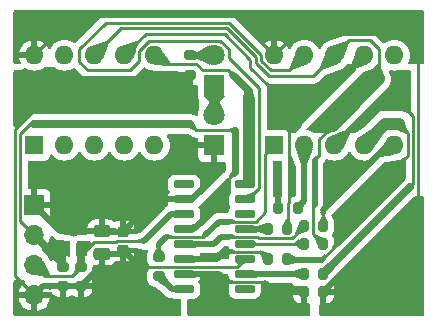
<source format=gbr>
%TF.GenerationSoftware,KiCad,Pcbnew,7.0.6*%
%TF.CreationDate,2023-11-15T02:00:31-08:00*%
%TF.ProjectId,ch422_demo,63683432-325f-4646-956d-6f2e6b696361,rev?*%
%TF.SameCoordinates,PX20015c0PY103b460*%
%TF.FileFunction,Copper,L2,Bot*%
%TF.FilePolarity,Positive*%
%FSLAX46Y46*%
G04 Gerber Fmt 4.6, Leading zero omitted, Abs format (unit mm)*
G04 Created by KiCad (PCBNEW 7.0.6) date 2023-11-15 02:00:31*
%MOMM*%
%LPD*%
G01*
G04 APERTURE LIST*
G04 Aperture macros list*
%AMRoundRect*
0 Rectangle with rounded corners*
0 $1 Rounding radius*
0 $2 $3 $4 $5 $6 $7 $8 $9 X,Y pos of 4 corners*
0 Add a 4 corners polygon primitive as box body*
4,1,4,$2,$3,$4,$5,$6,$7,$8,$9,$2,$3,0*
0 Add four circle primitives for the rounded corners*
1,1,$1+$1,$2,$3*
1,1,$1+$1,$4,$5*
1,1,$1+$1,$6,$7*
1,1,$1+$1,$8,$9*
0 Add four rect primitives between the rounded corners*
20,1,$1+$1,$2,$3,$4,$5,0*
20,1,$1+$1,$4,$5,$6,$7,0*
20,1,$1+$1,$6,$7,$8,$9,0*
20,1,$1+$1,$8,$9,$2,$3,0*%
G04 Aperture macros list end*
%TA.AperFunction,ComponentPad*%
%ADD10R,1.800000X1.800000*%
%TD*%
%TA.AperFunction,ComponentPad*%
%ADD11C,1.800000*%
%TD*%
%TA.AperFunction,ComponentPad*%
%ADD12R,1.600000X1.600000*%
%TD*%
%TA.AperFunction,ComponentPad*%
%ADD13O,1.600000X1.600000*%
%TD*%
%TA.AperFunction,ComponentPad*%
%ADD14R,1.700000X1.700000*%
%TD*%
%TA.AperFunction,ComponentPad*%
%ADD15O,1.700000X1.700000*%
%TD*%
%TA.AperFunction,SMDPad,CuDef*%
%ADD16RoundRect,0.200000X-0.200000X-0.275000X0.200000X-0.275000X0.200000X0.275000X-0.200000X0.275000X0*%
%TD*%
%TA.AperFunction,SMDPad,CuDef*%
%ADD17RoundRect,0.150000X-0.725000X-0.150000X0.725000X-0.150000X0.725000X0.150000X-0.725000X0.150000X0*%
%TD*%
%TA.AperFunction,SMDPad,CuDef*%
%ADD18RoundRect,0.200000X0.275000X-0.200000X0.275000X0.200000X-0.275000X0.200000X-0.275000X-0.200000X0*%
%TD*%
%TA.AperFunction,SMDPad,CuDef*%
%ADD19RoundRect,0.225000X0.250000X-0.225000X0.250000X0.225000X-0.250000X0.225000X-0.250000X-0.225000X0*%
%TD*%
%TA.AperFunction,SMDPad,CuDef*%
%ADD20RoundRect,0.250000X0.475000X-0.250000X0.475000X0.250000X-0.475000X0.250000X-0.475000X-0.250000X0*%
%TD*%
%TA.AperFunction,Conductor*%
%ADD21C,0.250000*%
%TD*%
%TA.AperFunction,Conductor*%
%ADD22C,0.500000*%
%TD*%
%TA.AperFunction,Conductor*%
%ADD23C,0.300000*%
%TD*%
%TA.AperFunction,Conductor*%
%ADD24C,1.000000*%
%TD*%
%TA.AperFunction,Conductor*%
%ADD25C,0.700000*%
%TD*%
%TA.AperFunction,Conductor*%
%ADD26C,0.600000*%
%TD*%
G04 APERTURE END LIST*
D10*
%TO.P,D2,1,K*%
%TO.N,GND*%
X17240000Y-11428000D03*
D11*
%TO.P,D2,2,A*%
%TO.N,Net-(D1-K)*%
X17240000Y-8888000D03*
%TD*%
D12*
%TO.P,J2,1,Pin_1*%
%TO.N,/SEG_L_4*%
X2000000Y-11428000D03*
D13*
%TO.P,J2,2,Pin_2*%
%TO.N,/SEG_L_3*%
X4540000Y-11428000D03*
%TO.P,J2,3,Pin_3*%
%TO.N,/SEG_L_2*%
X7080000Y-11428000D03*
%TO.P,J2,4,Pin_4*%
%TO.N,/SEG_L_6*%
X9620000Y-11428000D03*
%TO.P,J2,5,Pin_5*%
%TO.N,/SEG_L_7*%
X12160000Y-11428000D03*
%TO.P,J2,6,Pin_6*%
%TO.N,/DIG_1*%
X12160000Y-3808000D03*
%TO.P,J2,7,Pin_7*%
%TO.N,/SEG_L_0*%
X9620000Y-3808000D03*
%TO.P,J2,8,Pin_8*%
%TO.N,/SEG_L_1*%
X7080000Y-3808000D03*
%TO.P,J2,9,Pin_9*%
%TO.N,/DIG_0*%
X4540000Y-3808000D03*
%TO.P,J2,10,Pin_10*%
%TO.N,/SEG_L_5*%
X2000000Y-3808000D03*
%TD*%
D14*
%TO.P,J4,1,Pin_1*%
%TO.N,GND*%
X2000000Y-16508000D03*
D15*
%TO.P,J4,2,Pin_2*%
%TO.N,/SCL*%
X2000000Y-19048000D03*
%TO.P,J4,3,Pin_3*%
%TO.N,/SDA*%
X2000000Y-21588000D03*
%TO.P,J4,4,Pin_4*%
%TO.N,VCC*%
X2000000Y-24128000D03*
%TD*%
D12*
%TO.P,J3,1,Pin_1*%
%TO.N,/SEG_L_4*%
X22320000Y-11428000D03*
D13*
%TO.P,J3,2,Pin_2*%
%TO.N,/SEG_L_3*%
X24860000Y-11428000D03*
%TO.P,J3,3,Pin_3*%
%TO.N,/SEG_L_2*%
X27400000Y-11428000D03*
%TO.P,J3,4,Pin_4*%
%TO.N,/SEG_L_6*%
X29940000Y-11428000D03*
%TO.P,J3,5,Pin_5*%
%TO.N,/SEG_L_7*%
X32480000Y-11428000D03*
%TO.P,J3,6,Pin_6*%
%TO.N,/DIG_3*%
X32480000Y-3808000D03*
%TO.P,J3,7,Pin_7*%
%TO.N,/SEG_L_0*%
X29940000Y-3808000D03*
%TO.P,J3,8,Pin_8*%
%TO.N,/SEG_L_1*%
X27400000Y-3808000D03*
%TO.P,J3,9,Pin_9*%
%TO.N,/DIG_2*%
X24860000Y-3808000D03*
%TO.P,J3,10,Pin_10*%
%TO.N,/SEG_L_5*%
X22320000Y-3808000D03*
%TD*%
D10*
%TO.P,D1,1,K*%
%TO.N,Net-(D1-K)*%
X17240000Y-6348000D03*
D11*
%TO.P,D1,2,A*%
%TO.N,Net-(D1-A)*%
X17240000Y-3808000D03*
%TD*%
D16*
%TO.P,R7,1*%
%TO.N,/SEG_6*%
X21749000Y-21054853D03*
%TO.P,R7,2*%
%TO.N,/SEG_L_6*%
X23399000Y-21054853D03*
%TD*%
D17*
%TO.P,J1,1,Pin_1*%
%TO.N,/SEG_4*%
X14665000Y-23620000D03*
%TO.P,J1,2,Pin_2*%
%TO.N,/SEG_5*%
X14665000Y-22350000D03*
%TO.P,J1,3,Pin_3*%
%TO.N,/SEG_6*%
X14665000Y-21080000D03*
%TO.P,J1,4,Pin_4*%
%TO.N,/SEG_7*%
X14665000Y-19810000D03*
%TO.P,J1,5,Pin_5*%
%TO.N,/SCL*%
X14665000Y-18540000D03*
%TO.P,J1,6,Pin_6*%
%TO.N,/SDA*%
X14665000Y-17270000D03*
%TO.P,J1,7,Pin_7*%
%TO.N,GND*%
X14665000Y-16000000D03*
%TO.P,J1,8,Pin_8*%
%TO.N,/DIG_0*%
X14665000Y-14730000D03*
%TO.P,J1,9,Pin_9*%
%TO.N,/DIG_1*%
X19815000Y-14730000D03*
%TO.P,J1,10,Pin_10*%
%TO.N,/DIG_2*%
X19815000Y-16000000D03*
%TO.P,J1,11,Pin_11*%
%TO.N,/DIG_3*%
X19815000Y-17270000D03*
%TO.P,J1,12,Pin_12*%
%TO.N,/SEG_0*%
X19815000Y-18540000D03*
%TO.P,J1,13,Pin_13*%
%TO.N,/SEG_1*%
X19815000Y-19810000D03*
%TO.P,J1,14,Pin_14*%
%TO.N,VCC*%
X19815000Y-21080000D03*
%TO.P,J1,15,Pin_15*%
%TO.N,/SEG_2*%
X19815000Y-22350000D03*
%TO.P,J1,16,Pin_16*%
%TO.N,/SEG_3*%
X19815000Y-23620000D03*
%TD*%
D18*
%TO.P,R11,1*%
%TO.N,VCC*%
X15208000Y-5458000D03*
%TO.P,R11,2*%
%TO.N,Net-(D1-A)*%
X15208000Y-3808000D03*
%TD*%
D16*
%TO.P,R6,1*%
%TO.N,/SEG_5*%
X24797000Y-23848853D03*
%TO.P,R6,2*%
%TO.N,/SEG_L_5*%
X26447000Y-23848853D03*
%TD*%
D18*
%TO.P,R5,1*%
%TO.N,/SEG_4*%
X12541000Y-22540000D03*
%TO.P,R5,2*%
%TO.N,/SEG_L_4*%
X12541000Y-20890000D03*
%TD*%
D19*
%TO.P,C1,1*%
%TO.N,VCC*%
X9493000Y-20305853D03*
%TO.P,C1,2*%
%TO.N,GND*%
X9493000Y-18755853D03*
%TD*%
D16*
%TO.P,R2,1*%
%TO.N,/SEG_1*%
X24797000Y-19784853D03*
%TO.P,R2,2*%
%TO.N,/SEG_L_1*%
X26447000Y-19784853D03*
%TD*%
D20*
%TO.P,C2,1*%
%TO.N,VCC*%
X7715000Y-20607853D03*
%TO.P,C2,2*%
%TO.N,GND*%
X7715000Y-18707853D03*
%TD*%
D16*
%TO.P,R1,1*%
%TO.N,/SEG_0*%
X21749000Y-18514853D03*
%TO.P,R1,2*%
%TO.N,/SEG_L_0*%
X23399000Y-18514853D03*
%TD*%
%TO.P,R4,1*%
%TO.N,/SEG_3*%
X22638000Y-16762000D03*
%TO.P,R4,2*%
%TO.N,/SEG_L_3*%
X24288000Y-16762000D03*
%TD*%
%TO.P,R8,1*%
%TO.N,/SEG_7*%
X24797000Y-18260853D03*
%TO.P,R8,2*%
%TO.N,/SEG_L_7*%
X26447000Y-18260853D03*
%TD*%
D18*
%TO.P,R10,1*%
%TO.N,VCC*%
X4413000Y-23366000D03*
%TO.P,R10,2*%
%TO.N,/SCL*%
X4413000Y-21716000D03*
%TD*%
%TO.P,R9,1*%
%TO.N,VCC*%
X5937000Y-23366000D03*
%TO.P,R9,2*%
%TO.N,/SDA*%
X5937000Y-21716000D03*
%TD*%
D16*
%TO.P,R3,1*%
%TO.N,/SEG_2*%
X24797000Y-22324853D03*
%TO.P,R3,2*%
%TO.N,/SEG_L_2*%
X26447000Y-22324853D03*
%TD*%
D21*
%TO.N,/SEG_L_1*%
X7080000Y-3808000D02*
X9358800Y-1529200D01*
X9358800Y-1529200D02*
X18289996Y-1529200D01*
X20745000Y-4489693D02*
X21841307Y-5586000D01*
X18289996Y-1529200D02*
X20745000Y-3984204D01*
X21841307Y-5586000D02*
X25622000Y-5586000D01*
X25622000Y-5586000D02*
X27400000Y-3808000D01*
X20745000Y-3984204D02*
X20745000Y-4489693D01*
%TO.N,/DIG_2*%
X19815000Y-16000000D02*
X20091751Y-16000000D01*
X18465000Y-4017000D02*
X18465000Y-3300588D01*
%TO.N,/SEG_L_0*%
X20295000Y-4170600D02*
X20295000Y-4865892D01*
%TO.N,/DIG_2*%
X5810000Y-3300000D02*
X8030800Y-1079200D01*
X21050000Y-15041751D02*
X21050000Y-6602000D01*
X21050000Y-6602000D02*
X18465000Y-4017000D01*
X18465000Y-3300588D02*
X17747412Y-2583000D01*
X23590000Y-5078000D02*
X24860000Y-3808000D01*
X21195000Y-3797808D02*
X21195000Y-4273991D01*
X20091751Y-16000000D02*
X21050000Y-15041751D01*
X18476392Y-1079200D02*
X21195000Y-3797808D01*
%TO.N,/SEG_L_0*%
X27400000Y-6348000D02*
X28365000Y-5383000D01*
%TO.N,/DIG_2*%
X8030800Y-1079200D02*
X18476392Y-1079200D01*
%TO.N,/SEG_L_0*%
X9620000Y-3808000D02*
X11448800Y-1979200D01*
%TO.N,/DIG_2*%
X5810000Y-4366800D02*
X5810000Y-3300000D01*
X10890000Y-3409000D02*
X10890000Y-4316000D01*
X6521200Y-5078000D02*
X5810000Y-4366800D01*
%TO.N,/SEG_L_0*%
X18103600Y-1979200D02*
X20295000Y-4170600D01*
%TO.N,/DIG_2*%
X11716000Y-2583000D02*
X10890000Y-3409000D01*
X21999009Y-5078000D02*
X23590000Y-5078000D01*
X10128000Y-5078000D02*
X6521200Y-5078000D01*
X21195000Y-4273991D02*
X21999009Y-5078000D01*
X10890000Y-4316000D02*
X10128000Y-5078000D01*
X17747412Y-2583000D02*
X11716000Y-2583000D01*
%TO.N,/SEG_L_0*%
X11448800Y-1979200D02*
X18103600Y-1979200D01*
X20295000Y-4865892D02*
X21777108Y-6348000D01*
X21777108Y-6348000D02*
X27400000Y-6348000D01*
D22*
%TO.N,/SEG_L_6*%
X33242000Y-14222000D02*
X33242000Y-12850400D01*
X27654000Y-19810000D02*
X33242000Y-14222000D01*
D23*
X33242000Y-12698000D02*
X33242000Y-12850400D01*
D21*
X33605000Y-12335000D02*
X33242000Y-12698000D01*
X33605000Y-10394000D02*
X33605000Y-12335000D01*
X32861000Y-9650000D02*
X33605000Y-10394000D01*
%TO.N,/SEG_L_5*%
X22320000Y-3808000D02*
X19018000Y-506000D01*
X19018000Y-506000D02*
X5302000Y-506000D01*
X5302000Y-506000D02*
X2000000Y-3808000D01*
D24*
%TO.N,/DIG_1*%
X20161000Y-7491000D02*
X20161000Y-14476000D01*
D21*
X19815000Y-14704853D02*
X20043853Y-14476000D01*
X20043853Y-14476000D02*
X20161000Y-14476000D01*
%TO.N,/SEG_L_5*%
X34276927Y-16018927D02*
X34505000Y-15790853D01*
X34505000Y-15790853D02*
X34505000Y-3547000D01*
X24098000Y-2030000D02*
X22320000Y-3808000D01*
X34505000Y-3547000D02*
X32988000Y-2030000D01*
X32988000Y-2030000D02*
X24098000Y-2030000D01*
D24*
%TO.N,/SEG_L_2*%
X33115000Y-7999000D02*
X31337000Y-7999000D01*
D22*
X31337000Y-7999000D02*
X30829000Y-7999000D01*
D24*
%TO.N,/SEG_L_6*%
X32861000Y-9650000D02*
X31718000Y-9650000D01*
X31718000Y-9650000D02*
X29940000Y-11428000D01*
D21*
%TO.N,/SEG_L_2*%
X33768927Y-15002927D02*
X34055000Y-14716853D01*
X34055000Y-14716853D02*
X34055000Y-8939000D01*
X34055000Y-8939000D02*
X33115000Y-7999000D01*
D22*
X30829000Y-7999000D02*
X27400000Y-11428000D01*
%TO.N,VCC*%
X7715000Y-20607853D02*
X9191000Y-20607853D01*
X10902147Y-21715000D02*
X9493000Y-20305853D01*
D21*
X19180000Y-21715000D02*
X10902147Y-21715000D01*
X375000Y-10048604D02*
X375000Y-22503000D01*
D22*
X2762000Y-23366000D02*
X2000000Y-24128000D01*
D21*
X19815000Y-21080000D02*
X19180000Y-21715000D01*
D22*
X7715000Y-21588000D02*
X7715000Y-20607853D01*
D21*
X375000Y-22503000D02*
X2000000Y-24128000D01*
D22*
X9191000Y-20607853D02*
X9493000Y-20305853D01*
D21*
X4329604Y-6094000D02*
X375000Y-10048604D01*
D24*
X14572000Y-6094000D02*
X4329604Y-6094000D01*
D22*
X4413000Y-23366000D02*
X2762000Y-23366000D01*
D21*
X15208000Y-5458000D02*
X14572000Y-6094000D01*
D22*
X5937000Y-23366000D02*
X4413000Y-23366000D01*
X5937000Y-23366000D02*
X7715000Y-21588000D01*
%TO.N,GND*%
X14665000Y-16000000D02*
X15335000Y-16000000D01*
X4199853Y-18707853D02*
X2000000Y-16508000D01*
D21*
X7763000Y-18755853D02*
X7715000Y-18707853D01*
D22*
X9493000Y-18755853D02*
X12248853Y-16000000D01*
X7715000Y-18707853D02*
X4199853Y-18707853D01*
X17240000Y-13676604D02*
X17240000Y-11428000D01*
X17240000Y-14095000D02*
X17240000Y-13676604D01*
X15335000Y-16000000D02*
X17240000Y-14095000D01*
X9493000Y-18755853D02*
X7763000Y-18755853D01*
X12248853Y-16000000D02*
X14363102Y-16000000D01*
D21*
%TO.N,Net-(D1-K)*%
X17240000Y-8888000D02*
X17240000Y-6348000D01*
%TO.N,Net-(D1-A)*%
X17240000Y-3808000D02*
X15208000Y-3808000D01*
D22*
%TO.N,/SEG_4*%
X13621000Y-23620000D02*
X12541000Y-22540000D01*
X14665000Y-23620000D02*
X13621000Y-23620000D01*
%TO.N,/SEG_5*%
X22066000Y-23620000D02*
X24641609Y-23620000D01*
D21*
X21431000Y-22985000D02*
X21558000Y-23112000D01*
D22*
X17622396Y-22324853D02*
X18282543Y-22985000D01*
X21558000Y-23112000D02*
X22066000Y-23620000D01*
D21*
X18282543Y-22985000D02*
X21431000Y-22985000D01*
D22*
X24641609Y-23620000D02*
X24797000Y-23775391D01*
X14757000Y-22324853D02*
X17622396Y-22324853D01*
%TO.N,/SEG_6*%
X18103853Y-20445000D02*
X18510000Y-20445000D01*
X17494000Y-21054853D02*
X18103853Y-20445000D01*
D21*
X21139147Y-20445000D02*
X21749000Y-21054853D01*
D22*
X14757000Y-21054853D02*
X17494000Y-21054853D01*
D21*
X18510000Y-20445000D02*
X21139147Y-20445000D01*
D22*
%TO.N,/SEG_7*%
X14757000Y-19784853D02*
X17208469Y-19784853D01*
D21*
X18510000Y-19175000D02*
X20851947Y-19175000D01*
X23816462Y-19314853D02*
X24797000Y-18334315D01*
X20851947Y-19175000D02*
X20991800Y-19314853D01*
X20991800Y-19314853D02*
X23816462Y-19314853D01*
D22*
X17818322Y-19175000D02*
X18510000Y-19175000D01*
X17208469Y-19784853D02*
X17818322Y-19175000D01*
D25*
%TO.N,/SCL*%
X4413000Y-21716000D02*
X4413000Y-21461000D01*
D22*
X15487147Y-18514853D02*
X18256000Y-15746002D01*
D26*
X19018000Y-10158000D02*
X19018000Y-13714000D01*
D21*
X15208000Y-9650000D02*
X15716000Y-10158000D01*
D25*
X4413000Y-21461000D02*
X2000000Y-19048000D01*
D21*
X2000000Y-19048000D02*
X825000Y-17873000D01*
D22*
X15233147Y-18514853D02*
X15487147Y-18514853D01*
D21*
X825000Y-10457000D02*
X1632000Y-9650000D01*
X1632000Y-9650000D02*
X2000000Y-9650000D01*
X18510000Y-15492002D02*
X18256000Y-15746002D01*
X19018000Y-13714000D02*
X18510000Y-14222000D01*
X825000Y-17873000D02*
X825000Y-10457000D01*
X18510000Y-14222000D02*
X18510000Y-15492002D01*
X15716000Y-10158000D02*
X19018000Y-10158000D01*
D25*
X2000000Y-9650000D02*
X15208000Y-9650000D01*
D21*
%TO.N,/SDA*%
X7013982Y-19622018D02*
X8924018Y-19622018D01*
X5937000Y-20847680D02*
X5937000Y-20699000D01*
D22*
X13557000Y-17270000D02*
X14665000Y-17270000D01*
D21*
X9015183Y-19530853D02*
X11296147Y-19530853D01*
X8924018Y-19622018D02*
X9015183Y-19530853D01*
X2889000Y-22477000D02*
X2000000Y-21588000D01*
X5937000Y-21716000D02*
X5176000Y-22477000D01*
X5176000Y-22477000D02*
X2889000Y-22477000D01*
X5937000Y-20699000D02*
X7013982Y-19622018D01*
D22*
X11296147Y-19530853D02*
X13557000Y-17270000D01*
D25*
X5937000Y-21716000D02*
X5937000Y-20847680D01*
%TO.N,/DIG_1*%
X20161000Y-7491000D02*
X20161000Y-6819000D01*
D21*
X15700462Y-4533000D02*
X16245462Y-5078000D01*
X16245462Y-5078000D02*
X18420000Y-5078000D01*
X12160000Y-3808000D02*
X12885000Y-4533000D01*
X18420000Y-5078000D02*
X18973000Y-5631000D01*
X12885000Y-4533000D02*
X15700462Y-4533000D01*
D25*
X20161000Y-6819000D02*
X18973000Y-5631000D01*
D22*
%TO.N,/SEG_0*%
X19815000Y-18514853D02*
X21749000Y-18514853D01*
D21*
%TO.N,/SEG_1*%
X24098000Y-19784853D02*
X24797000Y-19784853D01*
X24072853Y-19810000D02*
X24098000Y-19784853D01*
X20770853Y-19784853D02*
X20796000Y-19810000D01*
X20796000Y-19810000D02*
X24072853Y-19810000D01*
X19815000Y-19784853D02*
X20770853Y-19784853D01*
D22*
%TO.N,/SEG_2*%
X19815000Y-22324853D02*
X24797000Y-22324853D01*
D21*
%TO.N,/SEG_L_4*%
X18510000Y-17905000D02*
X20726751Y-17905000D01*
X13157125Y-19165000D02*
X16333249Y-19165000D01*
X16333249Y-19165000D02*
X16464124Y-19034124D01*
X21558000Y-17073751D02*
X21558000Y-12190000D01*
D22*
X16464124Y-19034124D02*
X17593249Y-17905000D01*
D21*
X20726751Y-17905000D02*
X21558000Y-17073751D01*
D22*
X17593249Y-17905000D02*
X18510000Y-17905000D01*
X12541000Y-19781125D02*
X13157125Y-19165000D01*
D21*
X12541000Y-20890000D02*
X12541000Y-19781125D01*
X21558000Y-12190000D02*
X22320000Y-11428000D01*
D22*
%TO.N,/SEG_L_3*%
X24860000Y-11428000D02*
X24860000Y-16190000D01*
X24860000Y-16190000D02*
X24288000Y-16762000D01*
D25*
%TO.N,/SEG_L_2*%
X26447000Y-22324853D02*
X33768927Y-15002927D01*
D21*
%TO.N,/SEG_L_6*%
X26358147Y-21105853D02*
X27654000Y-19810000D01*
D22*
X23450000Y-21105853D02*
X26358147Y-21105853D01*
D21*
%TO.N,/SEG_L_7*%
X26447000Y-18260853D02*
X26447000Y-16951604D01*
D22*
X26447000Y-16951604D02*
X31970604Y-11428000D01*
D21*
%TO.N,/SEG_L_0*%
X23590000Y-16242538D02*
X23590000Y-10158000D01*
X23590000Y-10158000D02*
X28365000Y-5383000D01*
X28365000Y-5383000D02*
X29940000Y-3808000D01*
X23463000Y-16369538D02*
X23590000Y-16242538D01*
X23463000Y-18450853D02*
X23463000Y-16369538D01*
%TO.N,/SEG_L_1*%
X30448000Y-2538000D02*
X28670000Y-2538000D01*
X26447000Y-19784853D02*
X25622000Y-18959853D01*
X28670000Y-2538000D02*
X27400000Y-3808000D01*
X31210000Y-3300000D02*
X30448000Y-2538000D01*
X25622000Y-18959853D02*
X25622000Y-16608000D01*
X26130000Y-12290000D02*
X26130000Y-10920000D01*
D22*
X25722000Y-16508000D02*
X25722000Y-12698000D01*
D21*
X25722000Y-12698000D02*
X26130000Y-12290000D01*
X31210000Y-5840000D02*
X31210000Y-3300000D01*
X25622000Y-16608000D02*
X25722000Y-16508000D01*
X26130000Y-10920000D02*
X27273000Y-9777000D01*
D24*
X31210000Y-5840000D02*
X27273000Y-9777000D01*
D22*
%TO.N,/SEG_L_5*%
X26447000Y-23848853D02*
X34276927Y-16018927D01*
%TD*%
%TA.AperFunction,Conductor*%
%TO.N,/SEG_5*%
G36*
X18382539Y-22360185D02*
G01*
X18428294Y-22412989D01*
X18439500Y-22464500D01*
X18439500Y-22565696D01*
X18442401Y-22602567D01*
X18442402Y-22602573D01*
X18488254Y-22760393D01*
X18488255Y-22760396D01*
X18571917Y-22901862D01*
X18576702Y-22908031D01*
X18574248Y-22909933D01*
X18600844Y-22958578D01*
X18595895Y-23028273D01*
X18575074Y-23060706D01*
X18576702Y-23061969D01*
X18571917Y-23068137D01*
X18488255Y-23209603D01*
X18488254Y-23209606D01*
X18442402Y-23367426D01*
X18442401Y-23367432D01*
X18439500Y-23404304D01*
X18439500Y-23835696D01*
X18442401Y-23872567D01*
X18442402Y-23872573D01*
X18488254Y-24030393D01*
X18488255Y-24030396D01*
X18571917Y-24171862D01*
X18571923Y-24171870D01*
X18688129Y-24288076D01*
X18688133Y-24288079D01*
X18688135Y-24288081D01*
X18829602Y-24371744D01*
X18871224Y-24383836D01*
X18987426Y-24417597D01*
X18987429Y-24417597D01*
X18987431Y-24417598D01*
X18999722Y-24418565D01*
X19024304Y-24420500D01*
X19024306Y-24420500D01*
X20605696Y-24420500D01*
X20624131Y-24419049D01*
X20642569Y-24417598D01*
X20642571Y-24417597D01*
X20642573Y-24417597D01*
X20684191Y-24405505D01*
X20800398Y-24371744D01*
X20941865Y-24288081D01*
X21058081Y-24171865D01*
X21101260Y-24098853D01*
X23897001Y-24098853D01*
X23897001Y-24180435D01*
X23903408Y-24250955D01*
X23903409Y-24250960D01*
X23953981Y-24413249D01*
X24041927Y-24558730D01*
X24162122Y-24678925D01*
X24307604Y-24766872D01*
X24307603Y-24766872D01*
X24469894Y-24817443D01*
X24469893Y-24817443D01*
X24540408Y-24823851D01*
X24540426Y-24823852D01*
X24546999Y-24823851D01*
X24547000Y-24823851D01*
X24547000Y-24098853D01*
X23897001Y-24098853D01*
X21101260Y-24098853D01*
X21141744Y-24030398D01*
X21187598Y-23872569D01*
X21190500Y-23835694D01*
X21190500Y-23404306D01*
X21187598Y-23367431D01*
X21174027Y-23320719D01*
X21148818Y-23233948D01*
X21149017Y-23164079D01*
X21186959Y-23105409D01*
X21250598Y-23076565D01*
X21267894Y-23075353D01*
X23755991Y-23075353D01*
X23823030Y-23095038D01*
X23843672Y-23111672D01*
X23915818Y-23183818D01*
X23949303Y-23245141D01*
X23946523Y-23308388D01*
X23903409Y-23446749D01*
X23897000Y-23517280D01*
X23897000Y-23598853D01*
X24923000Y-23598853D01*
X24990039Y-23618538D01*
X25035794Y-23671342D01*
X25047000Y-23722853D01*
X25047000Y-24823852D01*
X25053581Y-24823852D01*
X25124102Y-24817444D01*
X25124107Y-24817443D01*
X25207109Y-24791579D01*
X25276969Y-24790427D01*
X25336362Y-24827228D01*
X25366430Y-24890296D01*
X25368000Y-24909964D01*
X25368000Y-25782000D01*
X25348315Y-25849039D01*
X25295511Y-25894794D01*
X25244000Y-25906000D01*
X15078000Y-25906000D01*
X15010961Y-25886315D01*
X14965206Y-25833511D01*
X14954000Y-25782000D01*
X14954000Y-24544500D01*
X14973685Y-24477461D01*
X15026489Y-24431706D01*
X15078000Y-24420500D01*
X15455696Y-24420500D01*
X15474131Y-24419049D01*
X15492569Y-24417598D01*
X15492571Y-24417597D01*
X15492573Y-24417597D01*
X15534191Y-24405505D01*
X15650398Y-24371744D01*
X15791865Y-24288081D01*
X15908081Y-24171865D01*
X15991744Y-24030398D01*
X16037598Y-23872569D01*
X16040500Y-23835694D01*
X16040500Y-23404306D01*
X16037598Y-23367431D01*
X16016246Y-23293939D01*
X15991745Y-23209606D01*
X15991744Y-23209603D01*
X15991744Y-23209602D01*
X15908081Y-23068135D01*
X15908078Y-23068132D01*
X15903298Y-23061969D01*
X15905635Y-23060155D01*
X15878798Y-23011050D01*
X15883756Y-22941356D01*
X15904554Y-22908998D01*
X15902903Y-22907717D01*
X15907686Y-22901550D01*
X15991282Y-22760196D01*
X15991283Y-22760193D01*
X16037099Y-22602495D01*
X16037100Y-22602489D01*
X16040000Y-22565644D01*
X16040000Y-22464500D01*
X16059685Y-22397461D01*
X16112489Y-22351706D01*
X16164000Y-22340500D01*
X18315500Y-22340500D01*
X18382539Y-22360185D01*
G37*
%TD.AperFunction*%
%TD*%
%TA.AperFunction,Conductor*%
%TO.N,/SEG_L_5*%
G36*
X34942539Y-15765685D02*
G01*
X34988294Y-15818489D01*
X34999500Y-15870000D01*
X34999500Y-25782000D01*
X34979815Y-25849039D01*
X34927011Y-25894794D01*
X34875500Y-25906000D01*
X26254000Y-25906000D01*
X26186961Y-25886315D01*
X26141206Y-25833511D01*
X26130000Y-25782000D01*
X26130000Y-24942219D01*
X26149685Y-24875180D01*
X26166312Y-24854544D01*
X26197000Y-24823851D01*
X26197000Y-24098853D01*
X26697000Y-24098853D01*
X26697000Y-24823852D01*
X26703581Y-24823852D01*
X26774102Y-24817444D01*
X26774107Y-24817443D01*
X26936396Y-24766871D01*
X27081877Y-24678925D01*
X27202072Y-24558730D01*
X27290019Y-24413248D01*
X27340590Y-24250959D01*
X27347000Y-24180425D01*
X27347000Y-24098853D01*
X26697000Y-24098853D01*
X26197000Y-24098853D01*
X26197000Y-23722853D01*
X26216685Y-23655814D01*
X26269489Y-23610059D01*
X26321000Y-23598853D01*
X27346999Y-23598853D01*
X27346999Y-23517270D01*
X27340591Y-23446750D01*
X27340590Y-23446745D01*
X27290018Y-23284456D01*
X27209635Y-23151486D01*
X27191799Y-23083932D01*
X27209634Y-23023189D01*
X27290478Y-22889459D01*
X27341086Y-22727049D01*
X27341086Y-22727041D01*
X27342366Y-22720615D01*
X27344387Y-22721017D01*
X27366475Y-22665085D01*
X27371036Y-22659564D01*
X27558509Y-22445674D01*
X27561223Y-22442776D01*
X34221681Y-15782319D01*
X34283004Y-15748834D01*
X34309362Y-15746000D01*
X34875500Y-15746000D01*
X34942539Y-15765685D01*
G37*
%TD.AperFunction*%
%TD*%
%TA.AperFunction,Conductor*%
%TO.N,/SCL*%
G36*
X3553123Y-19122491D02*
G01*
X3624123Y-19193491D01*
X3635904Y-19207123D01*
X3650241Y-19226381D01*
X3690262Y-19259964D01*
X3694250Y-19263619D01*
X3700069Y-19269438D01*
X3700073Y-19269441D01*
X3700076Y-19269444D01*
X3725812Y-19289793D01*
X3784639Y-19339155D01*
X3784640Y-19339155D01*
X3784642Y-19339157D01*
X3790671Y-19343123D01*
X3790638Y-19343172D01*
X3797000Y-19347225D01*
X3797032Y-19347174D01*
X3803172Y-19350961D01*
X3803176Y-19350964D01*
X3837985Y-19367196D01*
X3872794Y-19383428D01*
X3941418Y-19417892D01*
X3941420Y-19417893D01*
X3941422Y-19417893D01*
X3948210Y-19420364D01*
X3948189Y-19420420D01*
X3955310Y-19422896D01*
X3955329Y-19422839D01*
X3962175Y-19425107D01*
X3962180Y-19425110D01*
X3962185Y-19425111D01*
X3962188Y-19425112D01*
X4037417Y-19440645D01*
X4037418Y-19440645D01*
X4112132Y-19458353D01*
X4112135Y-19458353D01*
X4112139Y-19458354D01*
X4119306Y-19459192D01*
X4119299Y-19459251D01*
X4126797Y-19460017D01*
X4126803Y-19459958D01*
X4133992Y-19460587D01*
X4133996Y-19460586D01*
X4133997Y-19460587D01*
X4210770Y-19458353D01*
X4386502Y-19458353D01*
X4453541Y-19478038D01*
X4471110Y-19491703D01*
X4539999Y-19556000D01*
X4540000Y-19556000D01*
X4924000Y-19556000D01*
X4991039Y-19575685D01*
X5036794Y-19628489D01*
X5048000Y-19680000D01*
X5048000Y-20726461D01*
X5028315Y-20793500D01*
X4975511Y-20839255D01*
X4906353Y-20849199D01*
X4887110Y-20844847D01*
X4815101Y-20822408D01*
X4744572Y-20816000D01*
X4663000Y-20816000D01*
X4663000Y-21727500D01*
X4643315Y-21794539D01*
X4590511Y-21840294D01*
X4539000Y-21851500D01*
X4287000Y-21851500D01*
X4219961Y-21831815D01*
X4174206Y-21779011D01*
X4163000Y-21727500D01*
X4163000Y-20816000D01*
X4162999Y-20815999D01*
X4081417Y-20816000D01*
X4010897Y-20822408D01*
X4010892Y-20822409D01*
X3848603Y-20872981D01*
X3703122Y-20960927D01*
X3582928Y-21081121D01*
X3582925Y-21081125D01*
X3522526Y-21181036D01*
X3470998Y-21228223D01*
X3402138Y-21240061D01*
X3337810Y-21212791D01*
X3305578Y-21172492D01*
X3242005Y-21045770D01*
X3224847Y-21014389D01*
X3224846Y-21014388D01*
X3224842Y-21014380D01*
X3222818Y-21011353D01*
X3213512Y-20994829D01*
X3174035Y-20910171D01*
X3174034Y-20910169D01*
X3038494Y-20716597D01*
X2871402Y-20549506D01*
X2871401Y-20549505D01*
X2685405Y-20419269D01*
X2641781Y-20364692D01*
X2634588Y-20295193D01*
X2666110Y-20232839D01*
X2685405Y-20216119D01*
X2871082Y-20086105D01*
X3038105Y-19919082D01*
X3173600Y-19725578D01*
X3273429Y-19511492D01*
X3273433Y-19511483D01*
X3334567Y-19283326D01*
X3334569Y-19283315D01*
X3341914Y-19199365D01*
X3367366Y-19134296D01*
X3423957Y-19093317D01*
X3493719Y-19089439D01*
X3553123Y-19122491D01*
G37*
%TD.AperFunction*%
%TD*%
%TA.AperFunction,Conductor*%
%TO.N,/SDA*%
G36*
X6748162Y-19575685D02*
G01*
X6793917Y-19628489D01*
X6803861Y-19697647D01*
X6774836Y-19761203D01*
X6768804Y-19767681D01*
X6647289Y-19889195D01*
X6555187Y-20038516D01*
X6555185Y-20038521D01*
X6538351Y-20089323D01*
X6500001Y-20205056D01*
X6500001Y-20205057D01*
X6500000Y-20205057D01*
X6489500Y-20307836D01*
X6489500Y-20701230D01*
X6469815Y-20768269D01*
X6417011Y-20814024D01*
X6347853Y-20823968D01*
X6341314Y-20822848D01*
X6339109Y-20822409D01*
X6268572Y-20816000D01*
X6187000Y-20816000D01*
X6187000Y-21842000D01*
X6167315Y-21909039D01*
X6114511Y-21954794D01*
X6063000Y-21966000D01*
X5811000Y-21966000D01*
X5743961Y-21946315D01*
X5698206Y-21893511D01*
X5687000Y-21842000D01*
X5687000Y-20816000D01*
X5686998Y-20815999D01*
X5677500Y-20815999D01*
X5610461Y-20796314D01*
X5564706Y-20743510D01*
X5553500Y-20691999D01*
X5553500Y-19680000D01*
X5573185Y-19612961D01*
X5625989Y-19567206D01*
X5677500Y-19556000D01*
X6681123Y-19556000D01*
X6748162Y-19575685D01*
G37*
%TD.AperFunction*%
%TD*%
%TA.AperFunction,Conductor*%
%TO.N,VCC*%
G36*
X10727382Y-20160403D02*
G01*
X10880889Y-20200636D01*
X11017404Y-20236415D01*
X11062485Y-20248230D01*
X11075355Y-20251348D01*
X11083625Y-20253978D01*
X11100580Y-20260715D01*
X11274170Y-20286142D01*
X11448944Y-20270852D01*
X11458284Y-20267756D01*
X11528111Y-20265350D01*
X11588155Y-20301078D01*
X11619351Y-20363596D01*
X11615680Y-20422349D01*
X11608622Y-20445000D01*
X11571914Y-20562804D01*
X11570428Y-20579162D01*
X11565500Y-20633386D01*
X11565500Y-21146613D01*
X11571913Y-21217192D01*
X11571913Y-21217194D01*
X11571914Y-21217196D01*
X11622522Y-21379606D01*
X11710528Y-21525185D01*
X11812662Y-21627319D01*
X11846146Y-21688640D01*
X11841162Y-21758332D01*
X11812662Y-21802680D01*
X11710529Y-21904813D01*
X11622522Y-22050393D01*
X11571913Y-22212807D01*
X11565500Y-22283386D01*
X11565500Y-22796613D01*
X11571913Y-22867192D01*
X11571913Y-22867194D01*
X11571914Y-22867196D01*
X11622522Y-23029606D01*
X11667769Y-23104454D01*
X11710530Y-23175188D01*
X11830811Y-23295469D01*
X11830813Y-23295470D01*
X11830815Y-23295472D01*
X11976394Y-23383478D01*
X12138804Y-23434086D01*
X12183350Y-23438134D01*
X12241160Y-23458617D01*
X12516753Y-23643320D01*
X12707407Y-23771096D01*
X12726053Y-23786421D01*
X13045269Y-24105637D01*
X13057049Y-24119268D01*
X13071389Y-24138530D01*
X13071391Y-24138532D01*
X13111409Y-24172110D01*
X13115399Y-24175766D01*
X13121227Y-24181594D01*
X13146947Y-24201931D01*
X13205788Y-24251304D01*
X13211818Y-24255270D01*
X13211785Y-24255319D01*
X13218143Y-24259369D01*
X13218175Y-24259319D01*
X13224320Y-24263109D01*
X13224323Y-24263111D01*
X13293936Y-24295572D01*
X13362567Y-24330040D01*
X13362572Y-24330041D01*
X13369361Y-24332513D01*
X13369340Y-24332570D01*
X13376455Y-24335043D01*
X13376475Y-24334986D01*
X13383330Y-24337258D01*
X13458558Y-24352790D01*
X13533279Y-24370500D01*
X13533289Y-24370500D01*
X13540452Y-24371338D01*
X13540444Y-24371397D01*
X13547945Y-24372164D01*
X13547951Y-24372105D01*
X13555140Y-24372734D01*
X13555144Y-24372733D01*
X13555145Y-24372734D01*
X13631918Y-24370500D01*
X13657672Y-24370500D01*
X13692267Y-24375424D01*
X13837426Y-24417597D01*
X13837429Y-24417597D01*
X13837431Y-24417598D01*
X13849722Y-24418565D01*
X13874304Y-24420500D01*
X14322000Y-24420500D01*
X14389039Y-24440185D01*
X14434794Y-24492989D01*
X14446000Y-24544500D01*
X14446000Y-25782000D01*
X14426315Y-25849039D01*
X14373511Y-25894794D01*
X14322000Y-25906000D01*
X346000Y-25906000D01*
X278961Y-25886315D01*
X233206Y-25833511D01*
X222000Y-25782000D01*
X222000Y-22982000D01*
X241685Y-22914961D01*
X294489Y-22869206D01*
X346000Y-22858000D01*
X1066817Y-22858000D01*
X1133856Y-22877685D01*
X1179611Y-22930489D01*
X1189555Y-22999647D01*
X1160530Y-23063203D01*
X1137941Y-23083574D01*
X1128929Y-23089884D01*
X1128920Y-23089891D01*
X961891Y-23256920D01*
X961886Y-23256926D01*
X826400Y-23450420D01*
X826399Y-23450422D01*
X726570Y-23664507D01*
X726567Y-23664513D01*
X669364Y-23877999D01*
X669364Y-23878000D01*
X1566314Y-23878000D01*
X1540507Y-23918156D01*
X1500000Y-24056111D01*
X1500000Y-24199889D01*
X1540507Y-24337844D01*
X1566314Y-24378000D01*
X669364Y-24378000D01*
X726567Y-24591486D01*
X726570Y-24591492D01*
X826399Y-24805578D01*
X961894Y-24999082D01*
X1128917Y-25166105D01*
X1322421Y-25301600D01*
X1536507Y-25401429D01*
X1536516Y-25401433D01*
X1750000Y-25458634D01*
X1750000Y-24563501D01*
X1857685Y-24612680D01*
X1964237Y-24628000D01*
X2035763Y-24628000D01*
X2142315Y-24612680D01*
X2250000Y-24563501D01*
X2250000Y-25458633D01*
X2463483Y-25401433D01*
X2463492Y-25401429D01*
X2677578Y-25301600D01*
X2871082Y-25166105D01*
X3038105Y-24999082D01*
X3173600Y-24805578D01*
X3273429Y-24591492D01*
X3273432Y-24591486D01*
X3330636Y-24378000D01*
X2433686Y-24378000D01*
X2459493Y-24337844D01*
X2500000Y-24199889D01*
X2500000Y-24056111D01*
X2459493Y-23918156D01*
X2433686Y-23878000D01*
X3339251Y-23878000D01*
X3376080Y-23851107D01*
X3445826Y-23846950D01*
X3506747Y-23881161D01*
X3524148Y-23903645D01*
X3582927Y-24000877D01*
X3703122Y-24121072D01*
X3848604Y-24209019D01*
X3848603Y-24209019D01*
X4010894Y-24259590D01*
X4010892Y-24259590D01*
X4081418Y-24265999D01*
X4162999Y-24265998D01*
X4163000Y-24265998D01*
X4163000Y-23616000D01*
X4663000Y-23616000D01*
X4663000Y-24265999D01*
X4744581Y-24265999D01*
X4815102Y-24259591D01*
X4815107Y-24259590D01*
X4977398Y-24209018D01*
X5110848Y-24128344D01*
X5178403Y-24110507D01*
X5239149Y-24128343D01*
X5372604Y-24209019D01*
X5372603Y-24209019D01*
X5534894Y-24259590D01*
X5534892Y-24259590D01*
X5605418Y-24265999D01*
X5686999Y-24265998D01*
X5687000Y-24265998D01*
X5687000Y-23616000D01*
X6187000Y-23616000D01*
X6187000Y-24265999D01*
X6268581Y-24265999D01*
X6339102Y-24259591D01*
X6339107Y-24259590D01*
X6501396Y-24209018D01*
X6646877Y-24121072D01*
X6767072Y-24000877D01*
X6855019Y-23855395D01*
X6905590Y-23693106D01*
X6912000Y-23622572D01*
X6912000Y-23616000D01*
X6187000Y-23616000D01*
X5687000Y-23616000D01*
X4663000Y-23616000D01*
X4163000Y-23616000D01*
X3438000Y-23616000D01*
X3435560Y-23618440D01*
X3374237Y-23651925D01*
X3304545Y-23646939D01*
X3248612Y-23605067D01*
X3235498Y-23583162D01*
X3173602Y-23450426D01*
X3173599Y-23450420D01*
X3066610Y-23297623D01*
X3044283Y-23231417D01*
X3061293Y-23163650D01*
X3112241Y-23115837D01*
X3168185Y-23102500D01*
X3255844Y-23102500D01*
X3261541Y-23102762D01*
X3279882Y-23104454D01*
X3289012Y-23105017D01*
X3289014Y-23105016D01*
X3289016Y-23105017D01*
X3370922Y-23103145D01*
X3418709Y-23116000D01*
X6911999Y-23116000D01*
X6911999Y-23109417D01*
X6905591Y-23038897D01*
X6905590Y-23038892D01*
X6855018Y-22876603D01*
X6767072Y-22731122D01*
X6664984Y-22629034D01*
X6631499Y-22567711D01*
X6636483Y-22498019D01*
X6664983Y-22453673D01*
X6767472Y-22351185D01*
X6855478Y-22205606D01*
X6906086Y-22043196D01*
X6912500Y-21972616D01*
X6912500Y-21711154D01*
X6932185Y-21644115D01*
X6984989Y-21598360D01*
X7054147Y-21588416D01*
X7075507Y-21593449D01*
X7087303Y-21597358D01*
X7087309Y-21597359D01*
X7190019Y-21607852D01*
X7464999Y-21607852D01*
X7465000Y-21607851D01*
X7465000Y-20481853D01*
X7484685Y-20414814D01*
X7537489Y-20369059D01*
X7589000Y-20357853D01*
X7841000Y-20357853D01*
X7908039Y-20377538D01*
X7953794Y-20430342D01*
X7965000Y-20481853D01*
X7965000Y-21607852D01*
X8239972Y-21607852D01*
X8239986Y-21607851D01*
X8342697Y-21597358D01*
X8509119Y-21542211D01*
X8509124Y-21542209D01*
X8658345Y-21450168D01*
X8782317Y-21326196D01*
X8825195Y-21256680D01*
X8877143Y-21209955D01*
X8946105Y-21198732D01*
X8969739Y-21204070D01*
X9095394Y-21245709D01*
X9194683Y-21255852D01*
X9242999Y-21255851D01*
X9243000Y-21255851D01*
X9243000Y-20555853D01*
X9743000Y-20555853D01*
X9743000Y-21255852D01*
X9791308Y-21255852D01*
X9791322Y-21255851D01*
X9890607Y-21245708D01*
X10051481Y-21192400D01*
X10051492Y-21192395D01*
X10195728Y-21103428D01*
X10195732Y-21103425D01*
X10315572Y-20983585D01*
X10315575Y-20983581D01*
X10404542Y-20839345D01*
X10404547Y-20839334D01*
X10457855Y-20678459D01*
X10467999Y-20579175D01*
X10468000Y-20579162D01*
X10468000Y-20555853D01*
X9743000Y-20555853D01*
X9243000Y-20555853D01*
X9243000Y-20280353D01*
X9262685Y-20213314D01*
X9315489Y-20167559D01*
X9367000Y-20156353D01*
X10695946Y-20156353D01*
X10727382Y-20160403D01*
G37*
%TD.AperFunction*%
%TD*%
%TA.AperFunction,Conductor*%
%TO.N,/SEG_3*%
G36*
X22907539Y-12748184D02*
G01*
X22953294Y-12800988D01*
X22964500Y-12852499D01*
X22964500Y-15663000D01*
X22944815Y-15730039D01*
X22922774Y-15749136D01*
X22924319Y-15750681D01*
X22888000Y-15787000D01*
X22888000Y-16085510D01*
X22879294Y-16131153D01*
X22876804Y-16137442D01*
X22871822Y-16156845D01*
X22865521Y-16175248D01*
X22857562Y-16193640D01*
X22857561Y-16193644D01*
X22850271Y-16239665D01*
X22849087Y-16245384D01*
X22837499Y-16290521D01*
X22837499Y-16310557D01*
X22835973Y-16329945D01*
X22832840Y-16349730D01*
X22832840Y-16349733D01*
X22837225Y-16396121D01*
X22837500Y-16401959D01*
X22837500Y-16888000D01*
X22817815Y-16955039D01*
X22765011Y-17000794D01*
X22713500Y-17012000D01*
X22512000Y-17012000D01*
X22444961Y-16992315D01*
X22399206Y-16939511D01*
X22388000Y-16888000D01*
X22388000Y-15787000D01*
X22387999Y-15786999D01*
X22381436Y-15787000D01*
X22318717Y-15792698D01*
X22250172Y-15779159D01*
X22199827Y-15730710D01*
X22183500Y-15669209D01*
X22183500Y-12852499D01*
X22203185Y-12785460D01*
X22255989Y-12739705D01*
X22307500Y-12728499D01*
X22840500Y-12728499D01*
X22907539Y-12748184D01*
G37*
%TD.AperFunction*%
%TD*%
%TA.AperFunction,Conductor*%
%TO.N,/SEG_L_7*%
G36*
X28737862Y-11971348D02*
G01*
X28782380Y-12022722D01*
X28809432Y-12080734D01*
X28809433Y-12080735D01*
X28939954Y-12267141D01*
X29100858Y-12428045D01*
X29100861Y-12428047D01*
X29287266Y-12558568D01*
X29493504Y-12654739D01*
X29713308Y-12713635D01*
X29871820Y-12727503D01*
X29939998Y-12733468D01*
X29940000Y-12733468D01*
X29940002Y-12733468D01*
X30008180Y-12727503D01*
X30166692Y-12713635D01*
X30386496Y-12654739D01*
X30421377Y-12638473D01*
X30490451Y-12627981D01*
X30554236Y-12656499D01*
X30592476Y-12714975D01*
X30593032Y-12784842D01*
X30561462Y-12838536D01*
X26678613Y-16721386D01*
X26617290Y-16754871D01*
X26547598Y-16749887D01*
X26491665Y-16708015D01*
X26467248Y-16642551D01*
X26470274Y-16605110D01*
X26472500Y-16595721D01*
X26472500Y-12940195D01*
X26489454Y-12877609D01*
X26569338Y-12740978D01*
X26588706Y-12715884D01*
X26589615Y-12714975D01*
X26600120Y-12704471D01*
X26604379Y-12698978D01*
X26608152Y-12694561D01*
X26640062Y-12660582D01*
X26649713Y-12643024D01*
X26660379Y-12626783D01*
X26661636Y-12625162D01*
X26718271Y-12584249D01*
X26788037Y-12580449D01*
X26812028Y-12588767D01*
X26953504Y-12654739D01*
X27173308Y-12713635D01*
X27331820Y-12727503D01*
X27399998Y-12733468D01*
X27400000Y-12733468D01*
X27400002Y-12733468D01*
X27468180Y-12727503D01*
X27626692Y-12713635D01*
X27846496Y-12654739D01*
X28052734Y-12558568D01*
X28239139Y-12428047D01*
X28400047Y-12267139D01*
X28530568Y-12080734D01*
X28557618Y-12022722D01*
X28603788Y-11970286D01*
X28670981Y-11951133D01*
X28737862Y-11971348D01*
G37*
%TD.AperFunction*%
%TD*%
%TA.AperFunction,Conductor*%
%TO.N,/SCL*%
G36*
X18418498Y-14241685D02*
G01*
X18464253Y-14294489D01*
X18474197Y-14363647D01*
X18470535Y-14380595D01*
X18442402Y-14477426D01*
X18442401Y-14477432D01*
X18439500Y-14514304D01*
X18439500Y-14945696D01*
X18442401Y-14982567D01*
X18442402Y-14982573D01*
X18488254Y-15140393D01*
X18488255Y-15140396D01*
X18571917Y-15281862D01*
X18576702Y-15288031D01*
X18574256Y-15289927D01*
X18600857Y-15338642D01*
X18595873Y-15408334D01*
X18575069Y-15440703D01*
X18576702Y-15441969D01*
X18571917Y-15448137D01*
X18488255Y-15589603D01*
X18488254Y-15589606D01*
X18442402Y-15747426D01*
X18442401Y-15747432D01*
X18439500Y-15784304D01*
X18439500Y-16215696D01*
X18442401Y-16252567D01*
X18442402Y-16252573D01*
X18488254Y-16410393D01*
X18488255Y-16410396D01*
X18571917Y-16551862D01*
X18576702Y-16558031D01*
X18574256Y-16559927D01*
X18600857Y-16608642D01*
X18595873Y-16678334D01*
X18575069Y-16710703D01*
X18576702Y-16711969D01*
X18571917Y-16718137D01*
X18488255Y-16859603D01*
X18488254Y-16859606D01*
X18442402Y-17017426D01*
X18442401Y-17017432D01*
X18440608Y-17040228D01*
X18415725Y-17105516D01*
X18359494Y-17146988D01*
X18316990Y-17154500D01*
X17656954Y-17154500D01*
X17638984Y-17153191D01*
X17615221Y-17149710D01*
X17570139Y-17153655D01*
X17563182Y-17154264D01*
X17557781Y-17154500D01*
X17549536Y-17154500D01*
X17523471Y-17157546D01*
X17516954Y-17158308D01*
X17511652Y-17158771D01*
X17440450Y-17165001D01*
X17433383Y-17166461D01*
X17433371Y-17166404D01*
X17426002Y-17168038D01*
X17426016Y-17168095D01*
X17418988Y-17169760D01*
X17346812Y-17196030D01*
X17273915Y-17220185D01*
X17267372Y-17223237D01*
X17267347Y-17223184D01*
X17260557Y-17226471D01*
X17260583Y-17226523D01*
X17254129Y-17229764D01*
X17189957Y-17271971D01*
X17124596Y-17312285D01*
X17118932Y-17316765D01*
X17118896Y-17316719D01*
X17113047Y-17321484D01*
X17113084Y-17321528D01*
X17107559Y-17326164D01*
X17054847Y-17382034D01*
X16210635Y-18226244D01*
X16149312Y-18259729D01*
X16079620Y-18254745D01*
X16023687Y-18212873D01*
X16003877Y-18173156D01*
X15991282Y-18129803D01*
X15907685Y-17988447D01*
X15902900Y-17982278D01*
X15905366Y-17980364D01*
X15878802Y-17931776D01*
X15883749Y-17862082D01*
X15904856Y-17829232D01*
X15903301Y-17828026D01*
X15908077Y-17821868D01*
X15908081Y-17821865D01*
X15991744Y-17680398D01*
X16037598Y-17522569D01*
X16040500Y-17485694D01*
X16040500Y-17054306D01*
X16037598Y-17017431D01*
X15991744Y-16859602D01*
X15908081Y-16718135D01*
X15904110Y-16711420D01*
X15906097Y-16710244D01*
X15884803Y-16656012D01*
X15898481Y-16587494D01*
X15920633Y-16557366D01*
X18219680Y-14258319D01*
X18281004Y-14224834D01*
X18307362Y-14222000D01*
X18351459Y-14222000D01*
X18418498Y-14241685D01*
G37*
%TD.AperFunction*%
%TD*%
%TA.AperFunction,Conductor*%
%TO.N,/SEG_6*%
G36*
X18384029Y-19945185D02*
G01*
X18429784Y-19997989D01*
X18440608Y-20039772D01*
X18442401Y-20062567D01*
X18442402Y-20062573D01*
X18488254Y-20220393D01*
X18488255Y-20220396D01*
X18492732Y-20227966D01*
X18510000Y-20291087D01*
X18510000Y-20598911D01*
X18492734Y-20662028D01*
X18488259Y-20669594D01*
X18488254Y-20669607D01*
X18442402Y-20827426D01*
X18442401Y-20827432D01*
X18439500Y-20864304D01*
X18439500Y-20965500D01*
X18419815Y-21032539D01*
X18367011Y-21078294D01*
X18315500Y-21089500D01*
X16164000Y-21089500D01*
X16096961Y-21069815D01*
X16051206Y-21017011D01*
X16040000Y-20965500D01*
X16040000Y-20864356D01*
X16037100Y-20827510D01*
X15998297Y-20693947D01*
X15998497Y-20624078D01*
X16036440Y-20565408D01*
X16100078Y-20536565D01*
X16117374Y-20535353D01*
X17144764Y-20535353D01*
X17162734Y-20536662D01*
X17186492Y-20540142D01*
X17238537Y-20535588D01*
X17243939Y-20535353D01*
X17252173Y-20535353D01*
X17252178Y-20535353D01*
X17263796Y-20533994D01*
X17284745Y-20531546D01*
X17297497Y-20530430D01*
X17361266Y-20524852D01*
X17361274Y-20524849D01*
X17368335Y-20523392D01*
X17368347Y-20523451D01*
X17375712Y-20521818D01*
X17375698Y-20521759D01*
X17382715Y-20520094D01*
X17382724Y-20520094D01*
X17454892Y-20493827D01*
X17527803Y-20469667D01*
X17527812Y-20469660D01*
X17534351Y-20466613D01*
X17534377Y-20466669D01*
X17541159Y-20463385D01*
X17541132Y-20463331D01*
X17547575Y-20460093D01*
X17547586Y-20460090D01*
X17611752Y-20417887D01*
X17677125Y-20377565D01*
X17677131Y-20377558D01*
X17682794Y-20373082D01*
X17682831Y-20373130D01*
X17688673Y-20368371D01*
X17688633Y-20368324D01*
X17694155Y-20363689D01*
X17694165Y-20363683D01*
X17715868Y-20340678D01*
X17746856Y-20307834D01*
X18092870Y-19961819D01*
X18154193Y-19928334D01*
X18180551Y-19925500D01*
X18316990Y-19925500D01*
X18384029Y-19945185D01*
G37*
%TD.AperFunction*%
%TD*%
%TA.AperFunction,Conductor*%
%TO.N,/SEG_L_0*%
G36*
X23795203Y-12344310D02*
G01*
X23829989Y-12394177D01*
X24101489Y-13112390D01*
X24109500Y-13156236D01*
X24109500Y-15666159D01*
X24089815Y-15733198D01*
X24037011Y-15778953D01*
X23996723Y-15789649D01*
X23960804Y-15792914D01*
X23798394Y-15843522D01*
X23798391Y-15843523D01*
X23778149Y-15855760D01*
X23710594Y-15873596D01*
X23644121Y-15852078D01*
X23599833Y-15798037D01*
X23590000Y-15749643D01*
X23590000Y-12438023D01*
X23609685Y-12370984D01*
X23662489Y-12325229D01*
X23731647Y-12315285D01*
X23795203Y-12344310D01*
G37*
%TD.AperFunction*%
%TD*%
%TA.AperFunction,Conductor*%
%TO.N,/SEG_L_6*%
G36*
X33368350Y-12482080D02*
G01*
X33416163Y-12533028D01*
X33429500Y-12588972D01*
X33429500Y-14142578D01*
X33409815Y-14209617D01*
X33372283Y-14247058D01*
X33232940Y-14336125D01*
X33232932Y-14336132D01*
X29772610Y-17796454D01*
X27557374Y-19923080D01*
X27495380Y-19955307D01*
X27425805Y-19948901D01*
X27370737Y-19905898D01*
X27347661Y-19839949D01*
X27347500Y-19833628D01*
X27347500Y-19453239D01*
X27341086Y-19382660D01*
X27341086Y-19382657D01*
X27290478Y-19220247D01*
X27209927Y-19087000D01*
X27192092Y-19019449D01*
X27209927Y-18958705D01*
X27290478Y-18825459D01*
X27341086Y-18663049D01*
X27347500Y-18592469D01*
X27347500Y-17929237D01*
X27341086Y-17858657D01*
X27290478Y-17696247D01*
X27289853Y-17695213D01*
X27281240Y-17678108D01*
X27280675Y-17676733D01*
X27280671Y-17676720D01*
X27158926Y-17431396D01*
X27146000Y-17376285D01*
X27146000Y-17376284D01*
X27146000Y-17365339D01*
X27165677Y-17298302D01*
X27182309Y-17277661D01*
X31544560Y-12915409D01*
X31605881Y-12881926D01*
X31612388Y-12880691D01*
X32551043Y-12728581D01*
X32563498Y-12726394D01*
X32568800Y-12725698D01*
X32706692Y-12713635D01*
X32926496Y-12654739D01*
X33132734Y-12558568D01*
X33234378Y-12487396D01*
X33300583Y-12465070D01*
X33368350Y-12482080D01*
G37*
%TD.AperFunction*%
%TD*%
%TA.AperFunction,Conductor*%
%TO.N,GND*%
G36*
X15029275Y-10512756D02*
G01*
X15322158Y-10653639D01*
X15341288Y-10665062D01*
X15345413Y-10668058D01*
X15345414Y-10668058D01*
X15345418Y-10668062D01*
X15362976Y-10677714D01*
X15379235Y-10688395D01*
X15395064Y-10700673D01*
X15437838Y-10719182D01*
X15443056Y-10721738D01*
X15483908Y-10744197D01*
X15503316Y-10749180D01*
X15521717Y-10755480D01*
X15540104Y-10763437D01*
X15583488Y-10770308D01*
X15586119Y-10770725D01*
X15591839Y-10771909D01*
X15636981Y-10783500D01*
X15657016Y-10783500D01*
X15676415Y-10785027D01*
X15696196Y-10788160D01*
X15704326Y-10787391D01*
X15772919Y-10800675D01*
X15823443Y-10848936D01*
X15840000Y-10910840D01*
X15840000Y-11178000D01*
X16864722Y-11178000D01*
X16816375Y-11261740D01*
X16786190Y-11393992D01*
X16796327Y-11529265D01*
X16845887Y-11655541D01*
X16863797Y-11678000D01*
X15840000Y-11678000D01*
X15840000Y-12375844D01*
X15846401Y-12435372D01*
X15846403Y-12435379D01*
X15896645Y-12570086D01*
X15896649Y-12570093D01*
X15982809Y-12685187D01*
X15982812Y-12685190D01*
X16097906Y-12771350D01*
X16097913Y-12771354D01*
X16232620Y-12821596D01*
X16232627Y-12821598D01*
X16292155Y-12827999D01*
X16292172Y-12828000D01*
X16990000Y-12828000D01*
X16989999Y-11802189D01*
X17042547Y-11838016D01*
X17172173Y-11878000D01*
X17273724Y-11878000D01*
X17374138Y-11862865D01*
X17489999Y-11807068D01*
X17489999Y-12827999D01*
X17490000Y-12828000D01*
X18093500Y-12828000D01*
X18160539Y-12847685D01*
X18206294Y-12900489D01*
X18217500Y-12952000D01*
X18217500Y-13478778D01*
X18203401Y-13536204D01*
X18106296Y-13722043D01*
X18057803Y-13772344D01*
X18039746Y-13780792D01*
X18038756Y-13781161D01*
X18038734Y-13781171D01*
X17989184Y-13808228D01*
X17977425Y-13814648D01*
X17977419Y-13814652D01*
X17862239Y-13900875D01*
X17862227Y-13900886D01*
X16171966Y-15591147D01*
X16110643Y-15624632D01*
X16040951Y-15619648D01*
X15985018Y-15577776D01*
X15977553Y-15566587D01*
X15907685Y-15448447D01*
X15902900Y-15442278D01*
X15905366Y-15440364D01*
X15878802Y-15391776D01*
X15883749Y-15322082D01*
X15904856Y-15289232D01*
X15903301Y-15288026D01*
X15908077Y-15281868D01*
X15908081Y-15281865D01*
X15991744Y-15140398D01*
X16037598Y-14982569D01*
X16040500Y-14945694D01*
X16040500Y-14514306D01*
X16037598Y-14477431D01*
X16027923Y-14444131D01*
X15991745Y-14319606D01*
X15991744Y-14319603D01*
X15991744Y-14319602D01*
X15908081Y-14178135D01*
X15908079Y-14178133D01*
X15908076Y-14178129D01*
X15791870Y-14061923D01*
X15791862Y-14061917D01*
X15650396Y-13978255D01*
X15650393Y-13978254D01*
X15492573Y-13932402D01*
X15492567Y-13932401D01*
X15455696Y-13929500D01*
X15455694Y-13929500D01*
X13874306Y-13929500D01*
X13874304Y-13929500D01*
X13837432Y-13932401D01*
X13837426Y-13932402D01*
X13679606Y-13978254D01*
X13679603Y-13978255D01*
X13538137Y-14061917D01*
X13538129Y-14061923D01*
X13421923Y-14178129D01*
X13421917Y-14178137D01*
X13338255Y-14319603D01*
X13338254Y-14319606D01*
X13292402Y-14477426D01*
X13292401Y-14477432D01*
X13289500Y-14514304D01*
X13289500Y-14945696D01*
X13292401Y-14982567D01*
X13292402Y-14982573D01*
X13338254Y-15140393D01*
X13338255Y-15140396D01*
X13338256Y-15140398D01*
X13375681Y-15203681D01*
X13421917Y-15281862D01*
X13426702Y-15288031D01*
X13424369Y-15289840D01*
X13451210Y-15338995D01*
X13446226Y-15408687D01*
X13425470Y-15441021D01*
X13427097Y-15442283D01*
X13422313Y-15448449D01*
X13338718Y-15589801D01*
X13292899Y-15747513D01*
X13292704Y-15749998D01*
X13292705Y-15750000D01*
X14791000Y-15750000D01*
X14858039Y-15769685D01*
X14903794Y-15822489D01*
X14915000Y-15874000D01*
X14915000Y-16126000D01*
X14895315Y-16193039D01*
X14842511Y-16238794D01*
X14791000Y-16250000D01*
X13292705Y-16250000D01*
X13292704Y-16250001D01*
X13292899Y-16252486D01*
X13340895Y-16417690D01*
X13339513Y-16418091D01*
X13347023Y-16478969D01*
X13316729Y-16541929D01*
X13263671Y-16576568D01*
X13237664Y-16585186D01*
X13231126Y-16588235D01*
X13231101Y-16588183D01*
X13224308Y-16591471D01*
X13224334Y-16591522D01*
X13217884Y-16594761D01*
X13153716Y-16636964D01*
X13088347Y-16677285D01*
X13082677Y-16681769D01*
X13082641Y-16681723D01*
X13076798Y-16686484D01*
X13076835Y-16686528D01*
X13071310Y-16691164D01*
X13018614Y-16747017D01*
X10936723Y-18828907D01*
X10880480Y-18861175D01*
X10727379Y-18901302D01*
X10695941Y-18905353D01*
X9097926Y-18905353D01*
X9082305Y-18903628D01*
X9082278Y-18903914D01*
X9074516Y-18903179D01*
X9005355Y-18905353D01*
X8975832Y-18905353D01*
X8968961Y-18906220D01*
X8963142Y-18906678D01*
X8916557Y-18908142D01*
X8916551Y-18908143D01*
X8897309Y-18913733D01*
X8878270Y-18917676D01*
X8858400Y-18920187D01*
X8858386Y-18920190D01*
X8815066Y-18937341D01*
X8809541Y-18939233D01*
X8764796Y-18952233D01*
X8764793Y-18952234D01*
X8747549Y-18962432D01*
X8730088Y-18970986D01*
X8711454Y-18978364D01*
X8706342Y-18981176D01*
X8646598Y-18996518D01*
X8568027Y-18996518D01*
X8500988Y-18976833D01*
X8480346Y-18960199D01*
X8478000Y-18957853D01*
X6490001Y-18957853D01*
X6476967Y-18970886D01*
X6470316Y-18993539D01*
X6417512Y-19039294D01*
X6366001Y-19050500D01*
X5677500Y-19050500D01*
X5677491Y-19050500D01*
X5677490Y-19050501D01*
X5570049Y-19062052D01*
X5570037Y-19062054D01*
X5518527Y-19073260D01*
X5415999Y-19107385D01*
X5370797Y-19136434D01*
X5303757Y-19156117D01*
X5252247Y-19144911D01*
X5133465Y-19090664D01*
X5133460Y-19090662D01*
X5133459Y-19090662D01*
X5110858Y-19084025D01*
X5066425Y-19070978D01*
X5066419Y-19070976D01*
X4968249Y-19056862D01*
X4924000Y-19050500D01*
X4923998Y-19050500D01*
X4748808Y-19050500D01*
X4697295Y-19039294D01*
X4595964Y-18993016D01*
X4528927Y-18973331D01*
X4528923Y-18973330D01*
X4528920Y-18973329D01*
X4528918Y-18973329D01*
X4507154Y-18970199D01*
X4495499Y-18968524D01*
X4431944Y-18939498D01*
X4425467Y-18933467D01*
X3949853Y-18457853D01*
X6490000Y-18457853D01*
X7465000Y-18457853D01*
X7465000Y-17707853D01*
X7965000Y-17707853D01*
X7965000Y-18457853D01*
X8880638Y-18457853D01*
X8947677Y-18477538D01*
X8968319Y-18494172D01*
X8980000Y-18505853D01*
X9243000Y-18505853D01*
X9243000Y-18505852D01*
X9242999Y-17805853D01*
X9743000Y-17805853D01*
X9743000Y-18505853D01*
X10467999Y-18505853D01*
X10467999Y-18482545D01*
X10467998Y-18482530D01*
X10457855Y-18383245D01*
X10404547Y-18222371D01*
X10404542Y-18222360D01*
X10315575Y-18078124D01*
X10315572Y-18078120D01*
X10195732Y-17958280D01*
X10195728Y-17958277D01*
X10051492Y-17869310D01*
X10051481Y-17869305D01*
X9890606Y-17815997D01*
X9791322Y-17805853D01*
X9743000Y-17805853D01*
X9242999Y-17805853D01*
X9242999Y-17805852D01*
X9194693Y-17805853D01*
X9194675Y-17805854D01*
X9095392Y-17815997D01*
X8934518Y-17869305D01*
X8934513Y-17869307D01*
X8849483Y-17921755D01*
X8782090Y-17940195D01*
X8715427Y-17919272D01*
X8696704Y-17903896D01*
X8658347Y-17865538D01*
X8509124Y-17773496D01*
X8509119Y-17773494D01*
X8342697Y-17718347D01*
X8342690Y-17718346D01*
X8239986Y-17707853D01*
X7965000Y-17707853D01*
X7465000Y-17707853D01*
X7190029Y-17707853D01*
X7190012Y-17707854D01*
X7087302Y-17718347D01*
X6920880Y-17773494D01*
X6920875Y-17773496D01*
X6771654Y-17865537D01*
X6647684Y-17989507D01*
X6555643Y-18138728D01*
X6555641Y-18138733D01*
X6500494Y-18305155D01*
X6500493Y-18305162D01*
X6490000Y-18407866D01*
X6490000Y-18457853D01*
X3949853Y-18457853D01*
X3283165Y-17791165D01*
X3249680Y-17729842D01*
X3254664Y-17660150D01*
X3271582Y-17629170D01*
X3293351Y-17600091D01*
X3293354Y-17600086D01*
X3343596Y-17465379D01*
X3343598Y-17465372D01*
X3349999Y-17405844D01*
X3350000Y-17405827D01*
X3350000Y-16758000D01*
X2433686Y-16758000D01*
X2459493Y-16717844D01*
X2500000Y-16579889D01*
X2500000Y-16436111D01*
X2459493Y-16298156D01*
X2433686Y-16258000D01*
X3350000Y-16258000D01*
X3350000Y-15610172D01*
X3349999Y-15610155D01*
X3343598Y-15550627D01*
X3343596Y-15550620D01*
X3293354Y-15415913D01*
X3293350Y-15415906D01*
X3207190Y-15300812D01*
X3207187Y-15300809D01*
X3092093Y-15214649D01*
X3092086Y-15214645D01*
X2957379Y-15164403D01*
X2957372Y-15164401D01*
X2897844Y-15158000D01*
X2250000Y-15158000D01*
X2250000Y-16072498D01*
X2142315Y-16023320D01*
X2035763Y-16008000D01*
X1964237Y-16008000D01*
X1857685Y-16023320D01*
X1750000Y-16072498D01*
X1750000Y-15158000D01*
X1574500Y-15158000D01*
X1507461Y-15138315D01*
X1461706Y-15085511D01*
X1450500Y-15034000D01*
X1450500Y-12852499D01*
X1470185Y-12785460D01*
X1522989Y-12739705D01*
X1574500Y-12728499D01*
X2847871Y-12728499D01*
X2847872Y-12728499D01*
X2907483Y-12722091D01*
X3042331Y-12671796D01*
X3157546Y-12585546D01*
X3243796Y-12470331D01*
X3294091Y-12335483D01*
X3297862Y-12300401D01*
X3324599Y-12235855D01*
X3381990Y-12196006D01*
X3451816Y-12193511D01*
X3511905Y-12229163D01*
X3522726Y-12242536D01*
X3539956Y-12267143D01*
X3700858Y-12428045D01*
X3700861Y-12428047D01*
X3887266Y-12558568D01*
X4093504Y-12654739D01*
X4313308Y-12713635D01*
X4475230Y-12727801D01*
X4539998Y-12733468D01*
X4540000Y-12733468D01*
X4540002Y-12733468D01*
X4596807Y-12728498D01*
X4766692Y-12713635D01*
X4986496Y-12654739D01*
X5192734Y-12558568D01*
X5379139Y-12428047D01*
X5540047Y-12267139D01*
X5670568Y-12080734D01*
X5697618Y-12022724D01*
X5743790Y-11970285D01*
X5810983Y-11951133D01*
X5877865Y-11971348D01*
X5922382Y-12022725D01*
X5949429Y-12080728D01*
X5949432Y-12080734D01*
X6079954Y-12267141D01*
X6240858Y-12428045D01*
X6240861Y-12428047D01*
X6427266Y-12558568D01*
X6633504Y-12654739D01*
X6853308Y-12713635D01*
X7015230Y-12727801D01*
X7079998Y-12733468D01*
X7080000Y-12733468D01*
X7080002Y-12733468D01*
X7136807Y-12728498D01*
X7306692Y-12713635D01*
X7526496Y-12654739D01*
X7732734Y-12558568D01*
X7919139Y-12428047D01*
X8080047Y-12267139D01*
X8210568Y-12080734D01*
X8237618Y-12022724D01*
X8283790Y-11970285D01*
X8350983Y-11951133D01*
X8417865Y-11971348D01*
X8462382Y-12022725D01*
X8489429Y-12080728D01*
X8489432Y-12080734D01*
X8619954Y-12267141D01*
X8780858Y-12428045D01*
X8780861Y-12428047D01*
X8967266Y-12558568D01*
X9173504Y-12654739D01*
X9393308Y-12713635D01*
X9555230Y-12727801D01*
X9619998Y-12733468D01*
X9620000Y-12733468D01*
X9620002Y-12733468D01*
X9676807Y-12728498D01*
X9846692Y-12713635D01*
X10066496Y-12654739D01*
X10272734Y-12558568D01*
X10459139Y-12428047D01*
X10620047Y-12267139D01*
X10750568Y-12080734D01*
X10777618Y-12022724D01*
X10823790Y-11970285D01*
X10890983Y-11951133D01*
X10957865Y-11971348D01*
X11002382Y-12022725D01*
X11029429Y-12080728D01*
X11029432Y-12080734D01*
X11159954Y-12267141D01*
X11320858Y-12428045D01*
X11320861Y-12428047D01*
X11507266Y-12558568D01*
X11713504Y-12654739D01*
X11933308Y-12713635D01*
X12095230Y-12727801D01*
X12159998Y-12733468D01*
X12160000Y-12733468D01*
X12160002Y-12733468D01*
X12216807Y-12728498D01*
X12386692Y-12713635D01*
X12606496Y-12654739D01*
X12812734Y-12558568D01*
X12999139Y-12428047D01*
X13160047Y-12267139D01*
X13290568Y-12080734D01*
X13386739Y-11874496D01*
X13445635Y-11654692D01*
X13465468Y-11428000D01*
X13445635Y-11201308D01*
X13386739Y-10981504D01*
X13290568Y-10775266D01*
X13234802Y-10695623D01*
X13212474Y-10629416D01*
X13229486Y-10561649D01*
X13280434Y-10513837D01*
X13336377Y-10500500D01*
X14975524Y-10500500D01*
X15029275Y-10512756D01*
G37*
%TD.AperFunction*%
%TD*%
%TA.AperFunction,Conductor*%
%TO.N,/SEG_L_0*%
G36*
X28889040Y-4589685D02*
G01*
X28923577Y-4622878D01*
X28940337Y-4646815D01*
X29101186Y-4807663D01*
X29212026Y-4885275D01*
X29255651Y-4939852D01*
X29262843Y-5009350D01*
X29231321Y-5071705D01*
X29228583Y-5074530D01*
X24714659Y-9588454D01*
X24714652Y-9588462D01*
X24653466Y-9662567D01*
X24653462Y-9662572D01*
X24627164Y-9701430D01*
X24627155Y-9701445D01*
X24581114Y-9785763D01*
X24581109Y-9785775D01*
X24543872Y-9924748D01*
X24543346Y-9929145D01*
X24515835Y-9993371D01*
X24507905Y-10002093D01*
X24231352Y-10278646D01*
X24211427Y-10293939D01*
X24211699Y-10294328D01*
X24075671Y-10389575D01*
X24009465Y-10411902D01*
X24004548Y-10412000D01*
X23645577Y-10412000D01*
X23578538Y-10392315D01*
X23546311Y-10362311D01*
X23477547Y-10270455D01*
X23477544Y-10270452D01*
X23362335Y-10184206D01*
X23362328Y-10184202D01*
X23227482Y-10133908D01*
X23227483Y-10133908D01*
X23167883Y-10127501D01*
X23167881Y-10127500D01*
X23167873Y-10127500D01*
X23167865Y-10127500D01*
X21799500Y-10127500D01*
X21732461Y-10107815D01*
X21686706Y-10055011D01*
X21675500Y-10003500D01*
X21675500Y-6684738D01*
X21677224Y-6669125D01*
X21676938Y-6669098D01*
X21677671Y-6661336D01*
X21677672Y-6661333D01*
X21675499Y-6592203D01*
X21675500Y-6562650D01*
X21674629Y-6555758D01*
X21674172Y-6549946D01*
X21672709Y-6503372D01*
X21667122Y-6484144D01*
X21663174Y-6465084D01*
X21660663Y-6445204D01*
X21643513Y-6401888D01*
X21641620Y-6396361D01*
X21633935Y-6369913D01*
X21634132Y-6300043D01*
X21672071Y-6241372D01*
X21735708Y-6212526D01*
X21754486Y-6212394D01*
X21754486Y-6211500D01*
X21762288Y-6211500D01*
X21782323Y-6211500D01*
X21801721Y-6213026D01*
X21821501Y-6216159D01*
X21821502Y-6216160D01*
X21821502Y-6216159D01*
X21821503Y-6216160D01*
X21867890Y-6211775D01*
X21873729Y-6211500D01*
X25539257Y-6211500D01*
X25554877Y-6213224D01*
X25554904Y-6212939D01*
X25562660Y-6213671D01*
X25562667Y-6213673D01*
X25631814Y-6211500D01*
X25661350Y-6211500D01*
X25668228Y-6210630D01*
X25674041Y-6210172D01*
X25720627Y-6208709D01*
X25739869Y-6203117D01*
X25758912Y-6199174D01*
X25778792Y-6196664D01*
X25822122Y-6179507D01*
X25827646Y-6177617D01*
X25831396Y-6176527D01*
X25872390Y-6164618D01*
X25889629Y-6154422D01*
X25907103Y-6145862D01*
X25925727Y-6138488D01*
X25925727Y-6138487D01*
X25925732Y-6138486D01*
X25963449Y-6111082D01*
X25968305Y-6107892D01*
X26008420Y-6084170D01*
X26022589Y-6069999D01*
X26037379Y-6057368D01*
X26053587Y-6045594D01*
X26083299Y-6009676D01*
X26087212Y-6005376D01*
X26603203Y-5489385D01*
X26649265Y-5460261D01*
X27832668Y-5038651D01*
X27837423Y-5037170D01*
X27846496Y-5034739D01*
X27853079Y-5031668D01*
X27858444Y-5029467D01*
X27869796Y-5025424D01*
X27875864Y-5023100D01*
X27936876Y-4994957D01*
X27936886Y-4994949D01*
X27942457Y-4991635D01*
X27942568Y-4991822D01*
X27956866Y-4983272D01*
X28052734Y-4938568D01*
X28239139Y-4808047D01*
X28400047Y-4647139D01*
X28417035Y-4622876D01*
X28471613Y-4579251D01*
X28518611Y-4570000D01*
X28822001Y-4570000D01*
X28889040Y-4589685D01*
G37*
%TD.AperFunction*%
%TD*%
%TA.AperFunction,Conductor*%
%TO.N,/SEG_L_1*%
G36*
X31170854Y-4564463D02*
G01*
X31206269Y-4624693D01*
X31210000Y-4654883D01*
X31210000Y-6296637D01*
X31190315Y-6363676D01*
X31173681Y-6384318D01*
X27711095Y-9846903D01*
X27674427Y-9872243D01*
X26896207Y-10223499D01*
X26896208Y-10223499D01*
X26855271Y-10244263D01*
X26855266Y-10244266D01*
X26850336Y-10247382D01*
X26850155Y-10247095D01*
X26833625Y-10257160D01*
X26747269Y-10297430D01*
X26747268Y-10297430D01*
X26615671Y-10389575D01*
X26549465Y-10411902D01*
X26544548Y-10412000D01*
X25715452Y-10412000D01*
X25648413Y-10392315D01*
X25644329Y-10389575D01*
X25512734Y-10297432D01*
X25512732Y-10297431D01*
X25306497Y-10201261D01*
X25306491Y-10201259D01*
X25127691Y-10153350D01*
X25068031Y-10116985D01*
X25037502Y-10054138D01*
X25045797Y-9984762D01*
X25072099Y-9945900D01*
X29741921Y-5276078D01*
X29787976Y-5246958D01*
X30372673Y-5038648D01*
X30377408Y-5037173D01*
X30386496Y-5034739D01*
X30393058Y-5031678D01*
X30398453Y-5029464D01*
X30409796Y-5025424D01*
X30412830Y-5024262D01*
X30415862Y-5023101D01*
X30415862Y-5023100D01*
X30415864Y-5023100D01*
X30476876Y-4994957D01*
X30476886Y-4994949D01*
X30482457Y-4991635D01*
X30482568Y-4991822D01*
X30496866Y-4983272D01*
X30592734Y-4938568D01*
X30779139Y-4808047D01*
X30940047Y-4647139D01*
X30984425Y-4583759D01*
X31039001Y-4540135D01*
X31108499Y-4532941D01*
X31170854Y-4564463D01*
G37*
%TD.AperFunction*%
%TD*%
%TA.AperFunction,Conductor*%
%TO.N,/SEG_L_2*%
G36*
X32210725Y-5082225D02*
G01*
X32253308Y-5093635D01*
X32415230Y-5107801D01*
X32479998Y-5113468D01*
X32480000Y-5113468D01*
X32480002Y-5113468D01*
X32536673Y-5108509D01*
X32706692Y-5093635D01*
X32749274Y-5082225D01*
X32781368Y-5078000D01*
X33755500Y-5078000D01*
X33822539Y-5097685D01*
X33868294Y-5150489D01*
X33879500Y-5202000D01*
X33879500Y-8464137D01*
X33859815Y-8531176D01*
X33807011Y-8576931D01*
X33737853Y-8586875D01*
X33674297Y-8557850D01*
X33667819Y-8551818D01*
X33496000Y-8380000D01*
X31464000Y-8380000D01*
X31463999Y-8380000D01*
X30078724Y-9765274D01*
X30061064Y-9779931D01*
X29350468Y-10266129D01*
X29332856Y-10276171D01*
X29287264Y-10297432D01*
X29155671Y-10389575D01*
X29089465Y-10411902D01*
X29084548Y-10412000D01*
X28352281Y-10412000D01*
X28285242Y-10392315D01*
X28239487Y-10339511D01*
X28229543Y-10270353D01*
X28258568Y-10206797D01*
X28264574Y-10200346D01*
X31953340Y-6511580D01*
X32049698Y-6393407D01*
X32143909Y-6213049D01*
X32199887Y-6017418D01*
X32215337Y-5814524D01*
X32189630Y-5612672D01*
X32141759Y-5472624D01*
X32140395Y-5468065D01*
X32134054Y-5443433D01*
X32053329Y-5249692D01*
X32045715Y-5180238D01*
X32076860Y-5117694D01*
X32136874Y-5081916D01*
X32167791Y-5078000D01*
X32178632Y-5078000D01*
X32210725Y-5082225D01*
G37*
%TD.AperFunction*%
%TD*%
%TA.AperFunction,Conductor*%
%TO.N,VCC*%
G36*
X3751587Y-4843685D02*
G01*
X3755670Y-4846424D01*
X3887266Y-4938568D01*
X4093504Y-5034739D01*
X4093509Y-5034740D01*
X4093511Y-5034741D01*
X4145133Y-5048573D01*
X4313308Y-5093635D01*
X4475230Y-5107801D01*
X4539998Y-5113468D01*
X4540000Y-5113468D01*
X4540002Y-5113468D01*
X4596673Y-5108509D01*
X4766692Y-5093635D01*
X4986496Y-5034739D01*
X5192734Y-4938568D01*
X5286567Y-4872865D01*
X5352772Y-4850539D01*
X5420539Y-4867549D01*
X5445370Y-4886760D01*
X6020394Y-5461784D01*
X6030219Y-5474048D01*
X6030440Y-5473866D01*
X6035410Y-5479873D01*
X6035413Y-5479876D01*
X6035414Y-5479877D01*
X6085851Y-5527241D01*
X6106730Y-5548120D01*
X6112204Y-5552366D01*
X6116642Y-5556156D01*
X6150618Y-5588062D01*
X6150622Y-5588064D01*
X6168173Y-5597713D01*
X6184431Y-5608392D01*
X6200264Y-5620674D01*
X6222215Y-5630172D01*
X6243037Y-5639183D01*
X6248281Y-5641752D01*
X6289108Y-5664197D01*
X6308512Y-5669179D01*
X6326910Y-5675478D01*
X6345305Y-5683438D01*
X6391329Y-5690726D01*
X6397032Y-5691907D01*
X6442181Y-5703500D01*
X6462216Y-5703500D01*
X6481613Y-5705026D01*
X6501396Y-5708160D01*
X6503089Y-5708000D01*
X14233001Y-5708000D01*
X14233001Y-5714582D01*
X14239408Y-5785102D01*
X14239409Y-5785107D01*
X14289981Y-5947396D01*
X14377927Y-6092877D01*
X14498122Y-6213072D01*
X14643604Y-6301019D01*
X14643603Y-6301019D01*
X14805894Y-6351590D01*
X14805892Y-6351590D01*
X14876418Y-6357999D01*
X14957998Y-6357998D01*
X14957999Y-6357998D01*
X14958000Y-5708000D01*
X14233001Y-5708000D01*
X6503089Y-5708000D01*
X6547783Y-5703775D01*
X6553622Y-5703500D01*
X10045257Y-5703500D01*
X10060877Y-5705224D01*
X10060904Y-5704939D01*
X10068660Y-5705671D01*
X10068667Y-5705673D01*
X10137814Y-5703500D01*
X10167350Y-5703500D01*
X10174228Y-5702630D01*
X10180041Y-5702172D01*
X10226627Y-5700709D01*
X10245869Y-5695117D01*
X10264912Y-5691174D01*
X10284792Y-5688664D01*
X10328122Y-5671507D01*
X10333646Y-5669617D01*
X10337396Y-5668527D01*
X10378390Y-5656618D01*
X10395629Y-5646422D01*
X10413103Y-5637862D01*
X10431727Y-5630488D01*
X10431727Y-5630487D01*
X10431732Y-5630486D01*
X10469449Y-5603082D01*
X10474305Y-5599892D01*
X10514420Y-5576170D01*
X10528589Y-5561999D01*
X10543379Y-5549368D01*
X10559587Y-5537594D01*
X10589299Y-5501676D01*
X10593212Y-5497376D01*
X11224752Y-4865836D01*
X11286073Y-4832353D01*
X11355765Y-4837337D01*
X11383549Y-4851941D01*
X11507266Y-4938568D01*
X11713504Y-5034739D01*
X11713509Y-5034740D01*
X11713511Y-5034741D01*
X11745428Y-5043293D01*
X11933308Y-5093635D01*
X12140465Y-5111758D01*
X12146238Y-5112538D01*
X12146961Y-5112670D01*
X12151803Y-5113558D01*
X12680246Y-5133887D01*
X12701381Y-5137311D01*
X12701396Y-5137217D01*
X12709102Y-5138437D01*
X12709104Y-5138438D01*
X12755157Y-5145732D01*
X12760826Y-5146906D01*
X12805981Y-5158500D01*
X12826016Y-5158500D01*
X12845413Y-5160026D01*
X12865196Y-5163160D01*
X12911583Y-5158775D01*
X12917422Y-5158500D01*
X13320013Y-5158500D01*
X13432774Y-5162838D01*
X13437887Y-5162940D01*
X13502041Y-5160143D01*
X13502049Y-5160140D01*
X13504140Y-5159832D01*
X13522269Y-5158500D01*
X14132138Y-5158500D01*
X14199177Y-5178185D01*
X14219819Y-5194819D01*
X14233000Y-5208000D01*
X15084000Y-5208000D01*
X15458000Y-5581999D01*
X15458000Y-6357999D01*
X15539581Y-6357999D01*
X15610102Y-6351591D01*
X15610107Y-6351590D01*
X15678608Y-6330245D01*
X15748468Y-6329093D01*
X15807861Y-6365894D01*
X15837929Y-6428963D01*
X15839499Y-6448630D01*
X15839499Y-7256704D01*
X15839126Y-7263501D01*
X15839048Y-7264201D01*
X15839337Y-7273052D01*
X15839099Y-7273059D01*
X15839500Y-7277631D01*
X15839500Y-7295857D01*
X15839501Y-7295872D01*
X15845908Y-7355481D01*
X15845909Y-7355483D01*
X15861830Y-7398170D01*
X15863857Y-7404678D01*
X15864159Y-7405878D01*
X15866961Y-7414384D01*
X15888048Y-7468467D01*
X15896202Y-7490329D01*
X15940382Y-7549345D01*
X15943005Y-7553135D01*
X15950521Y-7564910D01*
X15970000Y-7631627D01*
X15970000Y-8260864D01*
X15957558Y-8314999D01*
X15955760Y-8318705D01*
X15955760Y-8318706D01*
X15952331Y-8326357D01*
X15927762Y-8392852D01*
X15926383Y-8396267D01*
X15910843Y-8431698D01*
X15853866Y-8656691D01*
X15853864Y-8656703D01*
X15840081Y-8823049D01*
X15814928Y-8888234D01*
X15758526Y-8929472D01*
X15688783Y-8933670D01*
X15652580Y-8919061D01*
X15649069Y-8916948D01*
X15481167Y-8839268D01*
X15481163Y-8839266D01*
X15300497Y-8799500D01*
X1953887Y-8799500D01*
X1953883Y-8799500D01*
X1816088Y-8814486D01*
X1640776Y-8873557D01*
X1482268Y-8968927D01*
X1482266Y-8968928D01*
X1482264Y-8968930D01*
X1463497Y-8986706D01*
X1417048Y-9030703D01*
X1411968Y-9035022D01*
X1383928Y-9056371D01*
X1383921Y-9056377D01*
X1371510Y-9068991D01*
X1334847Y-9093289D01*
X1335104Y-9093756D01*
X1329471Y-9096852D01*
X1328783Y-9097309D01*
X1328276Y-9097509D01*
X1328265Y-9097515D01*
X1290564Y-9124906D01*
X1285682Y-9128112D01*
X1245580Y-9151828D01*
X1231408Y-9166000D01*
X1216623Y-9178628D01*
X1200412Y-9190407D01*
X1170709Y-9226310D01*
X1166777Y-9230631D01*
X529727Y-9867681D01*
X468404Y-9901166D01*
X442046Y-9904000D01*
X346000Y-9904000D01*
X278961Y-9884315D01*
X233206Y-9831511D01*
X222000Y-9780000D01*
X222000Y-5199500D01*
X241685Y-5132461D01*
X294489Y-5086706D01*
X346000Y-5075500D01*
X726293Y-5075500D01*
X726294Y-5075500D01*
X800221Y-5070065D01*
X800222Y-5070064D01*
X800233Y-5070064D01*
X836100Y-5064761D01*
X836101Y-5064761D01*
X856794Y-5060130D01*
X908430Y-5048575D01*
X1038830Y-4987769D01*
X1097306Y-4949530D01*
X1141779Y-4910371D01*
X1205100Y-4880844D01*
X1274336Y-4890238D01*
X1294844Y-4901862D01*
X1347266Y-4938568D01*
X1553504Y-5034739D01*
X1553509Y-5034740D01*
X1553511Y-5034741D01*
X1605133Y-5048573D01*
X1773308Y-5093635D01*
X1935230Y-5107801D01*
X1999998Y-5113468D01*
X2000000Y-5113468D01*
X2000002Y-5113468D01*
X2056673Y-5108509D01*
X2226692Y-5093635D01*
X2446496Y-5034739D01*
X2652734Y-4938568D01*
X2784329Y-4846424D01*
X2850535Y-4824098D01*
X2855452Y-4824000D01*
X3684548Y-4824000D01*
X3751587Y-4843685D01*
G37*
%TD.AperFunction*%
%TD*%
%TA.AperFunction,Conductor*%
%TO.N,/SEG_L_5*%
G36*
X34942539Y-20185D02*
G01*
X34988294Y-72989D01*
X34999500Y-124500D01*
X34999500Y-4446000D01*
X34979815Y-4513039D01*
X34927011Y-4558794D01*
X34875500Y-4570000D01*
X33754257Y-4570000D01*
X33687218Y-4550315D01*
X33641463Y-4497511D01*
X33631519Y-4428353D01*
X33641873Y-4393598D01*
X33706739Y-4254496D01*
X33765635Y-4034692D01*
X33785468Y-3808000D01*
X33765635Y-3581308D01*
X33706739Y-3361504D01*
X33610568Y-3155266D01*
X33480047Y-2968861D01*
X33480045Y-2968858D01*
X33319141Y-2807954D01*
X33132734Y-2677432D01*
X33132732Y-2677431D01*
X32926497Y-2581261D01*
X32926488Y-2581258D01*
X32706697Y-2522366D01*
X32706693Y-2522365D01*
X32706692Y-2522365D01*
X32706691Y-2522364D01*
X32706686Y-2522364D01*
X32480002Y-2502532D01*
X32479998Y-2502532D01*
X32253313Y-2522364D01*
X32253302Y-2522366D01*
X32033511Y-2581258D01*
X32033502Y-2581261D01*
X31827270Y-2677430D01*
X31827266Y-2677432D01*
X31703553Y-2764055D01*
X31637348Y-2786382D01*
X31569581Y-2769370D01*
X31544751Y-2750160D01*
X30948803Y-2154212D01*
X30938980Y-2141950D01*
X30938759Y-2142134D01*
X30933786Y-2136123D01*
X30915159Y-2118631D01*
X30883364Y-2088773D01*
X30872919Y-2078328D01*
X30862475Y-2067883D01*
X30856986Y-2063625D01*
X30852561Y-2059847D01*
X30818582Y-2027938D01*
X30818580Y-2027936D01*
X30818577Y-2027935D01*
X30801029Y-2018288D01*
X30784763Y-2007604D01*
X30768933Y-1995325D01*
X30726168Y-1976818D01*
X30720922Y-1974248D01*
X30680093Y-1951803D01*
X30680092Y-1951802D01*
X30660693Y-1946822D01*
X30642281Y-1940518D01*
X30623898Y-1932562D01*
X30623892Y-1932560D01*
X30577874Y-1925272D01*
X30572152Y-1924087D01*
X30527021Y-1912500D01*
X30527019Y-1912500D01*
X30506984Y-1912500D01*
X30487586Y-1910973D01*
X30480162Y-1909797D01*
X30467805Y-1907840D01*
X30467804Y-1907840D01*
X30421416Y-1912225D01*
X30415578Y-1912500D01*
X28752737Y-1912500D01*
X28737120Y-1910776D01*
X28737093Y-1911062D01*
X28729331Y-1910327D01*
X28660203Y-1912500D01*
X28630650Y-1912500D01*
X28629929Y-1912590D01*
X28623757Y-1913369D01*
X28617945Y-1913826D01*
X28571373Y-1915290D01*
X28571372Y-1915290D01*
X28552129Y-1920881D01*
X28533079Y-1924825D01*
X28513211Y-1927334D01*
X28513209Y-1927335D01*
X28469884Y-1944488D01*
X28464357Y-1946380D01*
X28419610Y-1959381D01*
X28419609Y-1959382D01*
X28402367Y-1969579D01*
X28384899Y-1978137D01*
X28366269Y-1985513D01*
X28366267Y-1985514D01*
X28328576Y-2012898D01*
X28323694Y-2016105D01*
X28283579Y-2039830D01*
X28269408Y-2054000D01*
X28254623Y-2066628D01*
X28238412Y-2078407D01*
X28208709Y-2114310D01*
X28204777Y-2118631D01*
X28196796Y-2126611D01*
X28150730Y-2155738D01*
X26967334Y-2577347D01*
X26962575Y-2578829D01*
X26953506Y-2581260D01*
X26946934Y-2584324D01*
X26941546Y-2586534D01*
X26929714Y-2590750D01*
X26929706Y-2590752D01*
X26929709Y-2590752D01*
X26923238Y-2593243D01*
X26923232Y-2593245D01*
X26923234Y-2593245D01*
X26863121Y-2621042D01*
X26857574Y-2624347D01*
X26857461Y-2624158D01*
X26843133Y-2632726D01*
X26747271Y-2677428D01*
X26747264Y-2677432D01*
X26560858Y-2807954D01*
X26399954Y-2968858D01*
X26269430Y-3155268D01*
X26269430Y-3155269D01*
X26242380Y-3213276D01*
X26196207Y-3265714D01*
X26129013Y-3284865D01*
X26062132Y-3264648D01*
X26017617Y-3213273D01*
X25990568Y-3155266D01*
X25860047Y-2968861D01*
X25860045Y-2968858D01*
X25699141Y-2807954D01*
X25512734Y-2677432D01*
X25512732Y-2677431D01*
X25306497Y-2581261D01*
X25306488Y-2581258D01*
X25086697Y-2522366D01*
X25086693Y-2522365D01*
X25086692Y-2522365D01*
X25086691Y-2522364D01*
X25086686Y-2522364D01*
X24860002Y-2502532D01*
X24859998Y-2502532D01*
X24633313Y-2522364D01*
X24633302Y-2522366D01*
X24413511Y-2581258D01*
X24413502Y-2581261D01*
X24207267Y-2677431D01*
X24207265Y-2677432D01*
X24020858Y-2807954D01*
X23859954Y-2968858D01*
X23729431Y-3155266D01*
X23704676Y-3208353D01*
X23702383Y-3213273D01*
X23702106Y-3213866D01*
X23655933Y-3266305D01*
X23588739Y-3285456D01*
X23521858Y-3265240D01*
X23477342Y-3213865D01*
X23450134Y-3155517D01*
X23319657Y-2969179D01*
X23158820Y-2808342D01*
X22972482Y-2677865D01*
X22766328Y-2581734D01*
X22570000Y-2529127D01*
X22570000Y-3492314D01*
X22558045Y-3480359D01*
X22445148Y-3422835D01*
X22351481Y-3408000D01*
X22288519Y-3408000D01*
X22194852Y-3422835D01*
X22081955Y-3480359D01*
X22069999Y-3492314D01*
X22069999Y-2529127D01*
X21873672Y-2581734D01*
X21667517Y-2677865D01*
X21481183Y-2808339D01*
X21373333Y-2916189D01*
X21312010Y-2949673D01*
X21242318Y-2944689D01*
X21197971Y-2916188D01*
X18977195Y-695412D01*
X18967372Y-683150D01*
X18967151Y-683334D01*
X18962178Y-677323D01*
X18943551Y-659831D01*
X18911756Y-629973D01*
X18901311Y-619528D01*
X18890867Y-609083D01*
X18885378Y-604825D01*
X18880953Y-601047D01*
X18846974Y-569138D01*
X18846972Y-569136D01*
X18846969Y-569135D01*
X18829421Y-559488D01*
X18813155Y-548804D01*
X18797325Y-536525D01*
X18754560Y-518018D01*
X18749314Y-515448D01*
X18708485Y-493003D01*
X18708484Y-493002D01*
X18689085Y-488022D01*
X18670673Y-481718D01*
X18652290Y-473762D01*
X18652284Y-473760D01*
X18606266Y-466472D01*
X18600544Y-465287D01*
X18555413Y-453700D01*
X18555411Y-453700D01*
X18535376Y-453700D01*
X18515978Y-452173D01*
X18508554Y-450997D01*
X18496197Y-449040D01*
X18496196Y-449040D01*
X18449808Y-453425D01*
X18443970Y-453700D01*
X8113537Y-453700D01*
X8097920Y-451976D01*
X8097893Y-452262D01*
X8090131Y-451527D01*
X8021003Y-453700D01*
X7991450Y-453700D01*
X7990729Y-453790D01*
X7984557Y-454569D01*
X7978745Y-455026D01*
X7932172Y-456490D01*
X7932169Y-456491D01*
X7912926Y-462081D01*
X7893883Y-466025D01*
X7874004Y-468536D01*
X7874003Y-468537D01*
X7830678Y-485690D01*
X7825152Y-487582D01*
X7780408Y-500583D01*
X7780404Y-500585D01*
X7763165Y-510780D01*
X7745698Y-519337D01*
X7727069Y-526712D01*
X7727067Y-526713D01*
X7689364Y-554106D01*
X7684482Y-557312D01*
X7644380Y-581028D01*
X7630208Y-595200D01*
X7615423Y-607828D01*
X7599212Y-619607D01*
X7569509Y-655510D01*
X7565577Y-659831D01*
X5475248Y-2750159D01*
X5413925Y-2783644D01*
X5344233Y-2778660D01*
X5316445Y-2764054D01*
X5193352Y-2677865D01*
X5192734Y-2677432D01*
X5192730Y-2677430D01*
X4986497Y-2581261D01*
X4986488Y-2581258D01*
X4766697Y-2522366D01*
X4766693Y-2522365D01*
X4766692Y-2522365D01*
X4766691Y-2522364D01*
X4766686Y-2522364D01*
X4540002Y-2502532D01*
X4539998Y-2502532D01*
X4313313Y-2522364D01*
X4313302Y-2522366D01*
X4093511Y-2581258D01*
X4093502Y-2581261D01*
X3887267Y-2677431D01*
X3887265Y-2677432D01*
X3700858Y-2807954D01*
X3539954Y-2968858D01*
X3409433Y-3155264D01*
X3409432Y-3155266D01*
X3382382Y-3213276D01*
X3382106Y-3213867D01*
X3335933Y-3266306D01*
X3268739Y-3285457D01*
X3201858Y-3265241D01*
X3157342Y-3213865D01*
X3130135Y-3155520D01*
X3130134Y-3155518D01*
X2999657Y-2969179D01*
X2838820Y-2808342D01*
X2652482Y-2677865D01*
X2446328Y-2581734D01*
X2250000Y-2529127D01*
X2250000Y-3492313D01*
X2238045Y-3480359D01*
X2125148Y-3422835D01*
X2031481Y-3408000D01*
X1968519Y-3408000D01*
X1874852Y-3422835D01*
X1761955Y-3480359D01*
X1750000Y-3492314D01*
X1750000Y-2529127D01*
X1553671Y-2581734D01*
X1347517Y-2677865D01*
X1161179Y-2808342D01*
X1000342Y-2969179D01*
X869865Y-3155517D01*
X773734Y-3361673D01*
X773730Y-3361682D01*
X721127Y-3557999D01*
X721128Y-3558000D01*
X1684314Y-3558000D01*
X1672359Y-3569955D01*
X1614835Y-3682852D01*
X1595014Y-3808000D01*
X1614835Y-3933148D01*
X1672359Y-4046045D01*
X1684314Y-4058000D01*
X721128Y-4058000D01*
X773730Y-4254317D01*
X773734Y-4254326D01*
X838676Y-4393595D01*
X849168Y-4462673D01*
X820648Y-4526457D01*
X762172Y-4564696D01*
X726294Y-4570000D01*
X346000Y-4570000D01*
X278961Y-4550315D01*
X233206Y-4497511D01*
X222000Y-4446000D01*
X222000Y-124500D01*
X241685Y-57461D01*
X294489Y-11706D01*
X346000Y-500D01*
X34875500Y-500D01*
X34942539Y-20185D01*
G37*
%TD.AperFunction*%
%TD*%
%TA.AperFunction,Conductor*%
%TO.N,/SEG_L_1*%
G36*
X8124956Y-2591175D02*
G01*
X8128212Y-2593472D01*
X8294527Y-2759787D01*
X8297954Y-2768060D01*
X8297275Y-2771987D01*
X7823229Y-4102568D01*
X7817225Y-4109211D01*
X7808281Y-4109662D01*
X7807743Y-4109456D01*
X7083787Y-3810562D01*
X7077448Y-3804237D01*
X7077437Y-3804212D01*
X6778543Y-3080256D01*
X6778554Y-3071301D01*
X6784893Y-3064976D01*
X6785389Y-3064785D01*
X8116014Y-2590724D01*
X8124956Y-2591175D01*
G37*
%TD.AperFunction*%
%TD*%
%TA.AperFunction,Conductor*%
%TO.N,/SEG_L_1*%
G36*
X26672252Y-3506541D02*
G01*
X26688939Y-3513431D01*
X27396212Y-3805437D01*
X27402551Y-3811762D01*
X27402562Y-3811787D01*
X27701456Y-4535743D01*
X27701445Y-4544698D01*
X27695106Y-4551023D01*
X27694568Y-4551229D01*
X26363987Y-5025275D01*
X26355043Y-5024824D01*
X26351787Y-5022527D01*
X26185472Y-4856212D01*
X26182045Y-4847939D01*
X26182722Y-4844018D01*
X26656771Y-3513428D01*
X26662774Y-3506788D01*
X26671718Y-3506337D01*
X26672252Y-3506541D01*
G37*
%TD.AperFunction*%
%TD*%
%TA.AperFunction,Conductor*%
%TO.N,/SEG_L_0*%
G36*
X10664956Y-2591175D02*
G01*
X10668212Y-2593472D01*
X10834527Y-2759787D01*
X10837954Y-2768060D01*
X10837275Y-2771987D01*
X10711192Y-3125881D01*
X10708444Y-3130227D01*
X10670073Y-3168600D01*
X10669696Y-3168944D01*
X10636808Y-3196542D01*
X10636802Y-3196548D01*
X10615342Y-3233719D01*
X10615068Y-3234149D01*
X10590448Y-3269311D01*
X10590445Y-3269318D01*
X10587081Y-3281872D01*
X10585913Y-3284692D01*
X10579412Y-3295955D01*
X10571958Y-3338224D01*
X10571847Y-3338722D01*
X10560735Y-3380193D01*
X10560735Y-3380196D01*
X10562986Y-3405918D01*
X10564478Y-3422970D01*
X10564500Y-3423463D01*
X10564500Y-3535606D01*
X10563821Y-3539533D01*
X10363229Y-4102568D01*
X10357225Y-4109211D01*
X10348281Y-4109662D01*
X10347743Y-4109456D01*
X9623787Y-3810562D01*
X9617448Y-3804237D01*
X9617437Y-3804212D01*
X9318543Y-3080256D01*
X9318554Y-3071301D01*
X9324893Y-3064976D01*
X9325389Y-3064785D01*
X10656014Y-2590724D01*
X10664956Y-2591175D01*
G37*
%TD.AperFunction*%
%TD*%
%TA.AperFunction,Conductor*%
%TO.N,/SEG_L_6*%
G36*
X30724683Y-9949943D02*
G01*
X31418056Y-10643316D01*
X31421483Y-10651589D01*
X31419439Y-10658196D01*
X30513635Y-11982065D01*
X30506135Y-11986958D01*
X30497372Y-11985114D01*
X30495716Y-11983741D01*
X29939293Y-11428707D01*
X29384258Y-10872283D01*
X29380841Y-10864005D01*
X29384278Y-10855737D01*
X29385925Y-10854370D01*
X30709803Y-9948559D01*
X30718566Y-9946716D01*
X30724683Y-9949943D01*
G37*
%TD.AperFunction*%
%TD*%
%TA.AperFunction,Conductor*%
%TO.N,/SEG_L_2*%
G36*
X28646740Y-10412000D02*
G01*
X28702429Y-10467689D01*
X28705856Y-10475962D01*
X28704820Y-10480775D01*
X28143763Y-11723822D01*
X28137236Y-11729953D01*
X28128634Y-11729824D01*
X27403787Y-11430562D01*
X27397448Y-11424237D01*
X27397437Y-11424212D01*
X27098175Y-10699365D01*
X27098186Y-10690410D01*
X27104177Y-10684236D01*
X27707328Y-10412000D01*
X28354593Y-10119853D01*
X28646740Y-10412000D01*
G37*
%TD.AperFunction*%
%TD*%
%TA.AperFunction,Conductor*%
%TO.N,VCC*%
G36*
X19820153Y-21090114D02*
G01*
X19820168Y-21090150D01*
X19935288Y-21370323D01*
X19935263Y-21379278D01*
X19930092Y-21385029D01*
X19398950Y-21676300D01*
X19390048Y-21677273D01*
X19385051Y-21674314D01*
X19103111Y-21392374D01*
X19099684Y-21384101D01*
X19103111Y-21375828D01*
X19106895Y-21373297D01*
X19804865Y-21083789D01*
X19813818Y-21083785D01*
X19820153Y-21090114D01*
G37*
%TD.AperFunction*%
%TD*%
%TA.AperFunction,Conductor*%
%TO.N,Net-(D1-K)*%
G36*
X17365946Y-7091427D02*
G01*
X17368199Y-7094591D01*
X18066077Y-8532428D01*
X18066606Y-8541367D01*
X18060660Y-8548063D01*
X18060039Y-8548342D01*
X17244488Y-8887135D01*
X17235534Y-8887144D01*
X17235512Y-8887135D01*
X16419960Y-8548342D01*
X16413634Y-8542003D01*
X16413643Y-8533049D01*
X16413906Y-8532462D01*
X17111800Y-7094591D01*
X17118497Y-7088645D01*
X17122327Y-7088000D01*
X17357673Y-7088000D01*
X17365946Y-7091427D01*
G37*
%TD.AperFunction*%
%TD*%
%TA.AperFunction,Conductor*%
%TO.N,Net-(D1-K)*%
G36*
X17248269Y-6355278D02*
G01*
X17248278Y-6355287D01*
X18132329Y-7240320D01*
X18135751Y-7248595D01*
X18132917Y-7256224D01*
X17368500Y-8143935D01*
X17360505Y-8147968D01*
X17359634Y-8148000D01*
X17120366Y-8148000D01*
X17112093Y-8144573D01*
X17111500Y-8143935D01*
X16347082Y-7256224D01*
X16344280Y-7247718D01*
X16347668Y-7240322D01*
X17231722Y-6355286D01*
X17239994Y-6351856D01*
X17248269Y-6355278D01*
G37*
%TD.AperFunction*%
%TD*%
%TA.AperFunction,Conductor*%
%TO.N,Net-(D1-A)*%
G36*
X16900063Y-2987339D02*
G01*
X16900342Y-2987960D01*
X17239135Y-3803511D01*
X17239144Y-3812465D01*
X17239135Y-3812487D01*
X16900342Y-4628039D01*
X16894003Y-4634365D01*
X16885049Y-4634356D01*
X16884428Y-4634077D01*
X15446591Y-3936199D01*
X15440645Y-3929503D01*
X15440000Y-3925673D01*
X15440000Y-3690326D01*
X15443427Y-3682053D01*
X15446586Y-3679802D01*
X16884430Y-2981921D01*
X16893367Y-2981393D01*
X16900063Y-2987339D01*
G37*
%TD.AperFunction*%
%TD*%
%TA.AperFunction,Conductor*%
%TO.N,Net-(D1-A)*%
G36*
X15567419Y-3427135D02*
G01*
X16076502Y-3679775D01*
X16082388Y-3686521D01*
X16083000Y-3690254D01*
X16083000Y-3925745D01*
X16079573Y-3934018D01*
X16076501Y-3936225D01*
X15567420Y-4188863D01*
X15558486Y-4189471D01*
X15553592Y-4186287D01*
X15322459Y-3934018D01*
X15214240Y-3815902D01*
X15211179Y-3807489D01*
X15214240Y-3800097D01*
X15553593Y-3429711D01*
X15561708Y-3425927D01*
X15567419Y-3427135D01*
G37*
%TD.AperFunction*%
%TD*%
%TA.AperFunction,Conductor*%
%TO.N,/SEG_4*%
G36*
X13016917Y-22452627D02*
G01*
X13020240Y-22456081D01*
X13367132Y-23009631D01*
X13368622Y-23018461D01*
X13365491Y-23024117D01*
X13025327Y-23364281D01*
X13017054Y-23367708D01*
X13010540Y-23365727D01*
X12383262Y-22945326D01*
X12378298Y-22937874D01*
X12378957Y-22931153D01*
X12537879Y-22545154D01*
X12544197Y-22538810D01*
X12546517Y-22538115D01*
X13008153Y-22450798D01*
X13016917Y-22452627D01*
G37*
%TD.AperFunction*%
%TD*%
%TA.AperFunction,Conductor*%
%TO.N,/SEG_4*%
G36*
X13942885Y-23321195D02*
G01*
X14634117Y-23607617D01*
X14640447Y-23613949D01*
X14640446Y-23622904D01*
X14634113Y-23629235D01*
X14632718Y-23629712D01*
X13821277Y-23851232D01*
X13814657Y-23851097D01*
X13369932Y-23709964D01*
X13363083Y-23704195D01*
X13362319Y-23695273D01*
X13365196Y-23690541D01*
X13702331Y-23353406D01*
X13709089Y-23350079D01*
X13936902Y-23320403D01*
X13942885Y-23321195D01*
G37*
%TD.AperFunction*%
%TD*%
%TA.AperFunction,Conductor*%
%TO.N,/SEG_5*%
G36*
X15840000Y-22074853D02*
G01*
X15840000Y-22574853D01*
X15455544Y-22633142D01*
X14954000Y-22453735D01*
X14953999Y-22453734D01*
X14692597Y-22360229D01*
X14685962Y-22354216D01*
X14685522Y-22345272D01*
X14691535Y-22338637D01*
X14692070Y-22338400D01*
X14953999Y-22230165D01*
X14953998Y-22230165D01*
X15390000Y-22050000D01*
X15840000Y-22074853D01*
G37*
%TD.AperFunction*%
%TD*%
%TA.AperFunction,Conductor*%
%TO.N,/SEG_6*%
G36*
X21091832Y-20325423D02*
G01*
X21812142Y-20576659D01*
X21818825Y-20582619D01*
X21819859Y-20589443D01*
X21750956Y-21048478D01*
X21746339Y-21056151D01*
X21744101Y-21057449D01*
X21359965Y-21226578D01*
X21351012Y-21226775D01*
X21344542Y-21220585D01*
X21344433Y-21220330D01*
X21077165Y-20572141D01*
X21076282Y-20567681D01*
X21076282Y-20567680D01*
X21076282Y-20336468D01*
X21079708Y-20328198D01*
X21087981Y-20324771D01*
X21091832Y-20325423D01*
G37*
%TD.AperFunction*%
%TD*%
%TA.AperFunction,Conductor*%
%TO.N,/SEG_6*%
G36*
X15840000Y-20804853D02*
G01*
X15840000Y-21304853D01*
X15716000Y-21323652D01*
X15458459Y-21362699D01*
X15452764Y-21362147D01*
X14692597Y-21090229D01*
X14685962Y-21084216D01*
X14685522Y-21075272D01*
X14691535Y-21068637D01*
X14692042Y-21068412D01*
X15387544Y-20781014D01*
X15392652Y-20780146D01*
X15840000Y-20804853D01*
G37*
%TD.AperFunction*%
%TD*%
%TA.AperFunction,Conductor*%
%TO.N,/SEG_7*%
G36*
X15828946Y-19534242D02*
G01*
X15837017Y-19538120D01*
X15840000Y-19545924D01*
X15840000Y-20024792D01*
X15836573Y-20033065D01*
X15830054Y-20036360D01*
X15458459Y-20092699D01*
X15452764Y-20092147D01*
X14692597Y-19820229D01*
X14685962Y-19814216D01*
X14685522Y-19805272D01*
X14691535Y-19798637D01*
X14692042Y-19798412D01*
X15387544Y-19511014D01*
X15392652Y-19510146D01*
X15828946Y-19534242D01*
G37*
%TD.AperFunction*%
%TD*%
%TA.AperFunction,Conductor*%
%TO.N,/SEG_7*%
G36*
X24627382Y-18195512D02*
G01*
X24791880Y-18257935D01*
X24798399Y-18264074D01*
X24799123Y-18266214D01*
X24906643Y-18726715D01*
X24905187Y-18735550D01*
X24900319Y-18739919D01*
X24267985Y-19043987D01*
X24259044Y-19044484D01*
X24254642Y-19041716D01*
X24089242Y-18876316D01*
X24085815Y-18868043D01*
X24086691Y-18863600D01*
X24392673Y-18118621D01*
X24398986Y-18112271D01*
X24407646Y-18112128D01*
X24627382Y-18195512D01*
G37*
%TD.AperFunction*%
%TD*%
%TA.AperFunction,Conductor*%
%TO.N,/SCL*%
G36*
X15578100Y-18076087D02*
G01*
X15579660Y-18077397D01*
X15716000Y-18213737D01*
X15928908Y-18426645D01*
X15716000Y-18530920D01*
X15716000Y-18530919D01*
X15715999Y-18530919D01*
X15542923Y-18615688D01*
X15536760Y-18616837D01*
X14673739Y-18541531D01*
X14665795Y-18537398D01*
X14663142Y-18531295D01*
X14652947Y-18447913D01*
X14628873Y-18251017D01*
X14631272Y-18242389D01*
X14638456Y-18238075D01*
X15569360Y-18074147D01*
X15578100Y-18076087D01*
G37*
%TD.AperFunction*%
%TD*%
%TA.AperFunction,Conductor*%
%TO.N,/SDA*%
G36*
X13853671Y-17004017D02*
G01*
X14633740Y-17258850D01*
X14640539Y-17264676D01*
X14641228Y-17273604D01*
X14635401Y-17280404D01*
X14634160Y-17280946D01*
X13886424Y-17557168D01*
X13878720Y-17557308D01*
X13797116Y-17530510D01*
X13689050Y-17495022D01*
X13684427Y-17492179D01*
X13347207Y-17154959D01*
X13343780Y-17146686D01*
X13347207Y-17138413D01*
X13352469Y-17135380D01*
X13847034Y-17003833D01*
X13853671Y-17004017D01*
G37*
%TD.AperFunction*%
%TD*%
%TA.AperFunction,Conductor*%
%TO.N,/SDA*%
G36*
X2784200Y-21266881D02*
G01*
X2790176Y-21272442D01*
X3330523Y-22349524D01*
X3331765Y-22354770D01*
X3331765Y-22588771D01*
X3328338Y-22597044D01*
X3320065Y-22600471D01*
X3318635Y-22600383D01*
X2010257Y-22439263D01*
X2002465Y-22434851D01*
X1999987Y-22427667D01*
X1999009Y-21595830D01*
X2002426Y-21587554D01*
X2006233Y-21585007D01*
X2775246Y-21266877D01*
X2784200Y-21266881D01*
G37*
%TD.AperFunction*%
%TD*%
%TA.AperFunction,Conductor*%
%TO.N,/DIG_1*%
G36*
X12898869Y-3505659D02*
G01*
X12904336Y-3510310D01*
X13457945Y-4405171D01*
X13459695Y-4411327D01*
X13459695Y-4645841D01*
X13456268Y-4654114D01*
X13447995Y-4657541D01*
X13447545Y-4657532D01*
X12171235Y-4608432D01*
X12163100Y-4604690D01*
X12159985Y-4596758D01*
X12159009Y-3815831D01*
X12162426Y-3807555D01*
X12166235Y-3805007D01*
X12889915Y-3505654D01*
X12898869Y-3505659D01*
G37*
%TD.AperFunction*%
%TD*%
%TA.AperFunction,Conductor*%
%TO.N,/DIG_2*%
G36*
X24132252Y-3506541D02*
G01*
X24148939Y-3513431D01*
X24856212Y-3805437D01*
X24862551Y-3811762D01*
X24862562Y-3811787D01*
X25161456Y-4535743D01*
X25161445Y-4544698D01*
X25155106Y-4551023D01*
X25154568Y-4551229D01*
X23823987Y-5025275D01*
X23815043Y-5024824D01*
X23811787Y-5022527D01*
X23645472Y-4856212D01*
X23642045Y-4847939D01*
X23642722Y-4844018D01*
X24116771Y-3513428D01*
X24122774Y-3506788D01*
X24131718Y-3506337D01*
X24132252Y-3506541D01*
G37*
%TD.AperFunction*%
%TD*%
%TA.AperFunction,Conductor*%
%TO.N,/DIG_2*%
G36*
X20517365Y-15402434D02*
G01*
X20520851Y-15404837D01*
X20688556Y-15572542D01*
X20691983Y-15580815D01*
X20691963Y-15581499D01*
X20679880Y-15787861D01*
X20675975Y-15795920D01*
X20670887Y-15798564D01*
X19825099Y-15998156D01*
X19816260Y-15996721D01*
X19811181Y-15990048D01*
X19729533Y-15710366D01*
X19730504Y-15701466D01*
X19736596Y-15696156D01*
X20508415Y-15402176D01*
X20517365Y-15402434D01*
G37*
%TD.AperFunction*%
%TD*%
%TA.AperFunction,Conductor*%
%TO.N,/SEG_0*%
G36*
X20978946Y-18264242D02*
G01*
X20987017Y-18268120D01*
X20990000Y-18275924D01*
X20990000Y-18754792D01*
X20986573Y-18763065D01*
X20980054Y-18766360D01*
X20608459Y-18822699D01*
X20602764Y-18822147D01*
X19842597Y-18550229D01*
X19835962Y-18544216D01*
X19835522Y-18535272D01*
X19841535Y-18528637D01*
X19842042Y-18528412D01*
X20537544Y-18241014D01*
X20542652Y-18240146D01*
X20978946Y-18264242D01*
G37*
%TD.AperFunction*%
%TD*%
%TA.AperFunction,Conductor*%
%TO.N,/SEG_0*%
G36*
X21398188Y-18117937D02*
G01*
X21401740Y-18120663D01*
X21743155Y-18507106D01*
X21746065Y-18515575D01*
X21743155Y-18522600D01*
X21401740Y-18909042D01*
X21393694Y-18912973D01*
X21389254Y-18912389D01*
X21379266Y-18909042D01*
X21344251Y-18897307D01*
X20956982Y-18767527D01*
X20950227Y-18761649D01*
X20949000Y-18756433D01*
X20949000Y-18273272D01*
X20952427Y-18264999D01*
X20956982Y-18262178D01*
X21389256Y-18117316D01*
X21398188Y-18117937D01*
G37*
%TD.AperFunction*%
%TD*%
%TA.AperFunction,Conductor*%
%TO.N,/SEG_1*%
G36*
X24443664Y-19404302D02*
G01*
X24790661Y-19776587D01*
X24793795Y-19784975D01*
X24791075Y-19792072D01*
X24460833Y-20186787D01*
X24452896Y-20190933D01*
X24444352Y-20188252D01*
X24443489Y-20187453D01*
X24161241Y-19898388D01*
X23994204Y-19731350D01*
X23990777Y-19723077D01*
X23994204Y-19714804D01*
X23995643Y-19713581D01*
X24428280Y-19402776D01*
X24436997Y-19400733D01*
X24443664Y-19404302D01*
G37*
%TD.AperFunction*%
%TD*%
%TA.AperFunction,Conductor*%
%TO.N,/SEG_1*%
G36*
X20649502Y-19556463D02*
G01*
X20650745Y-19557226D01*
X20873010Y-19713607D01*
X20877805Y-19721169D01*
X20875847Y-19729907D01*
X20874551Y-19731448D01*
X20707613Y-19898385D01*
X20707612Y-19898387D01*
X20649892Y-20055643D01*
X20643824Y-20062229D01*
X20635457Y-20062791D01*
X20633636Y-20062229D01*
X19850606Y-19820503D01*
X19843712Y-19814789D01*
X19842878Y-19805873D01*
X19848592Y-19798979D01*
X19850618Y-19798140D01*
X20640589Y-19555615D01*
X20649502Y-19556463D01*
G37*
%TD.AperFunction*%
%TD*%
%TA.AperFunction,Conductor*%
%TO.N,/SEG_2*%
G36*
X20978946Y-22074242D02*
G01*
X20987017Y-22078120D01*
X20990000Y-22085924D01*
X20990000Y-22564792D01*
X20986573Y-22573065D01*
X20980054Y-22576360D01*
X20608459Y-22632699D01*
X20602764Y-22632147D01*
X19842597Y-22360229D01*
X19835962Y-22354216D01*
X19835522Y-22345272D01*
X19841535Y-22338637D01*
X19842042Y-22338412D01*
X20537544Y-22051014D01*
X20542652Y-22050146D01*
X20978946Y-22074242D01*
G37*
%TD.AperFunction*%
%TD*%
%TA.AperFunction,Conductor*%
%TO.N,/SEG_2*%
G36*
X24446188Y-21927937D02*
G01*
X24449740Y-21930663D01*
X24791155Y-22317106D01*
X24794065Y-22325575D01*
X24791155Y-22332600D01*
X24449740Y-22719042D01*
X24441694Y-22722973D01*
X24437254Y-22722389D01*
X24427266Y-22719042D01*
X24392251Y-22707307D01*
X24004982Y-22577527D01*
X23998227Y-22571649D01*
X23997000Y-22566433D01*
X23997000Y-22083272D01*
X24000427Y-22074999D01*
X24004982Y-22072178D01*
X24437256Y-21927316D01*
X24446188Y-21927937D01*
G37*
%TD.AperFunction*%
%TD*%
%TA.AperFunction,Conductor*%
%TO.N,/SEG_L_4*%
G36*
X12667729Y-20093427D02*
G01*
X12669425Y-20095575D01*
X12935850Y-20529225D01*
X12937261Y-20538068D01*
X12933628Y-20544118D01*
X12548746Y-20884155D01*
X12540277Y-20887065D01*
X12533252Y-20884155D01*
X12148370Y-20544118D01*
X12144439Y-20536072D01*
X12146148Y-20529225D01*
X12412575Y-20095575D01*
X12419826Y-20090320D01*
X12422544Y-20090000D01*
X12659456Y-20090000D01*
X12667729Y-20093427D01*
G37*
%TD.AperFunction*%
%TD*%
%TA.AperFunction,Conductor*%
%TO.N,/SEG_L_3*%
G36*
X25588646Y-11729801D02*
G01*
X25594970Y-11736139D01*
X25595099Y-11744741D01*
X25112859Y-13020437D01*
X25106728Y-13026964D01*
X25101915Y-13028000D01*
X24618085Y-13028000D01*
X24609812Y-13024573D01*
X24607141Y-13020437D01*
X24124900Y-11744739D01*
X24125180Y-11735791D01*
X24131352Y-11729801D01*
X24855512Y-11428864D01*
X24864461Y-11428854D01*
X25588646Y-11729801D01*
G37*
%TD.AperFunction*%
%TD*%
%TA.AperFunction,Conductor*%
%TO.N,/SEG_L_3*%
G36*
X25099237Y-16077030D02*
G01*
X25102664Y-16085303D01*
X25101403Y-16090587D01*
X24692673Y-16898100D01*
X24685879Y-16903934D01*
X24678263Y-16903821D01*
X24293786Y-16765087D01*
X24287167Y-16759056D01*
X24286440Y-16757050D01*
X24256086Y-16641294D01*
X24165638Y-16296355D01*
X24166854Y-16287485D01*
X24171911Y-16282832D01*
X24585502Y-16085303D01*
X24607609Y-16074745D01*
X24612651Y-16073603D01*
X25090964Y-16073603D01*
X25099237Y-16077030D01*
G37*
%TD.AperFunction*%
%TD*%
%TA.AperFunction,Conductor*%
%TO.N,/SEG_L_2*%
G36*
X26861481Y-21430725D02*
G01*
X27341045Y-21910289D01*
X27344472Y-21918562D01*
X27341571Y-21926274D01*
X26852515Y-22484246D01*
X26844484Y-22488209D01*
X26839262Y-22487353D01*
X26452156Y-22327974D01*
X26445810Y-22321655D01*
X26445114Y-22319329D01*
X26357572Y-21856499D01*
X26359401Y-21847736D01*
X26361446Y-21845450D01*
X26845591Y-21430117D01*
X26854100Y-21427332D01*
X26861481Y-21430725D01*
G37*
%TD.AperFunction*%
%TD*%
%TA.AperFunction,Conductor*%
%TO.N,/SEG_L_6*%
G36*
X23773834Y-20680519D02*
G01*
X24191762Y-20852868D01*
X24198102Y-20859189D01*
X24199000Y-20863683D01*
X24199000Y-21346798D01*
X24195573Y-21355071D01*
X24190236Y-21358124D01*
X23739341Y-21475012D01*
X23730473Y-21473770D01*
X23727230Y-21470946D01*
X23404386Y-21062924D01*
X23401940Y-21054310D01*
X23405190Y-21047490D01*
X23761008Y-20683160D01*
X23769239Y-20679637D01*
X23773834Y-20680519D01*
G37*
%TD.AperFunction*%
%TD*%
%TA.AperFunction,Conductor*%
%TO.N,/SEG_L_7*%
G36*
X26573018Y-17389280D02*
G01*
X26575225Y-17392352D01*
X26827863Y-17901432D01*
X26828471Y-17910366D01*
X26825287Y-17915260D01*
X26454904Y-18254611D01*
X26446489Y-18257673D01*
X26439096Y-18254611D01*
X26068712Y-17915260D01*
X26064927Y-17907144D01*
X26066135Y-17901433D01*
X26318774Y-17392352D01*
X26325522Y-17386465D01*
X26329255Y-17385853D01*
X26564745Y-17385853D01*
X26573018Y-17389280D01*
G37*
%TD.AperFunction*%
%TD*%
%TA.AperFunction,Conductor*%
%TO.N,/SEG_L_7*%
G36*
X31922606Y-10870713D02*
G01*
X31923693Y-10871669D01*
X32247893Y-11195060D01*
X32477265Y-11423860D01*
X32480702Y-11432128D01*
X32480702Y-11432153D01*
X32480008Y-12218052D01*
X32476574Y-12226322D01*
X32470180Y-12229591D01*
X31345217Y-12411894D01*
X31336502Y-12409835D01*
X31335072Y-12408618D01*
X31163227Y-12236772D01*
X31163226Y-12236772D01*
X30985752Y-12059298D01*
X31906192Y-10872784D01*
X31913969Y-10868349D01*
X31922606Y-10870713D01*
G37*
%TD.AperFunction*%
%TD*%
%TA.AperFunction,Conductor*%
%TO.N,/SEG_L_0*%
G36*
X29212252Y-3506541D02*
G01*
X29228939Y-3513431D01*
X29936212Y-3805437D01*
X29942551Y-3811762D01*
X29942562Y-3811787D01*
X30241456Y-4535743D01*
X30241445Y-4544698D01*
X30235106Y-4551023D01*
X30234568Y-4551229D01*
X29806132Y-4703866D01*
X29806129Y-4703868D01*
X29806128Y-4703868D01*
X28897018Y-5027758D01*
X28720242Y-4850982D01*
X29196771Y-3513428D01*
X29202774Y-3506788D01*
X29211718Y-3506337D01*
X29212252Y-3506541D01*
G37*
%TD.AperFunction*%
%TD*%
%TA.AperFunction,Conductor*%
%TO.N,/SEG_L_0*%
G36*
X23588157Y-17643280D02*
G01*
X23590843Y-17647454D01*
X23781010Y-18155922D01*
X23780698Y-18164872D01*
X23777955Y-18168648D01*
X23407193Y-18508345D01*
X23398778Y-18511407D01*
X23391080Y-18508054D01*
X23031495Y-18153952D01*
X23028004Y-18145706D01*
X23029746Y-18139475D01*
X23334571Y-17645409D01*
X23341831Y-17640168D01*
X23344528Y-17639853D01*
X23579884Y-17639853D01*
X23588157Y-17643280D01*
G37*
%TD.AperFunction*%
%TD*%
%TA.AperFunction,Conductor*%
%TO.N,/SEG_L_1*%
G36*
X25888277Y-19045092D02*
G01*
X26528828Y-19306242D01*
X26535195Y-19312538D01*
X26535907Y-19319250D01*
X26448885Y-19779329D01*
X26443980Y-19786822D01*
X26441843Y-19787974D01*
X26057316Y-19946290D01*
X26048362Y-19946271D01*
X26042267Y-19940434D01*
X25707787Y-19226368D01*
X25707382Y-19217423D01*
X25710108Y-19213135D01*
X25875590Y-19047653D01*
X25883862Y-19044227D01*
X25888277Y-19045092D01*
G37*
%TD.AperFunction*%
%TD*%
%TA.AperFunction,Conductor*%
%TO.N,/SEG_L_1*%
G36*
X28444956Y-2591175D02*
G01*
X28448212Y-2593472D01*
X28614527Y-2759787D01*
X28617954Y-2768060D01*
X28617275Y-2771987D01*
X28143229Y-4102568D01*
X28137225Y-4109211D01*
X28128281Y-4109662D01*
X28127743Y-4109456D01*
X27403787Y-3810562D01*
X27397448Y-3804237D01*
X27397437Y-3804212D01*
X27098543Y-3080256D01*
X27098554Y-3071301D01*
X27104893Y-3064976D01*
X27105389Y-3064785D01*
X28436014Y-2590724D01*
X28444956Y-2591175D01*
G37*
%TD.AperFunction*%
%TD*%
%TA.AperFunction,Conductor*%
%TO.N,VCC*%
G36*
X11402147Y-21590000D02*
G01*
X11402147Y-21840000D01*
X10997818Y-21945970D01*
X10901147Y-21715000D01*
X10997818Y-21484030D01*
X11402147Y-21590000D01*
G37*
%TD.AperFunction*%
%TD*%
%TA.AperFunction,Conductor*%
%TO.N,VCC*%
G36*
X4330311Y-6093293D02*
G01*
X4520946Y-6555940D01*
X3710886Y-6889494D01*
X3534110Y-6712718D01*
X3867664Y-5902658D01*
X4330311Y-6093293D01*
G37*
%TD.AperFunction*%
%TD*%
%TA.AperFunction,Conductor*%
%TO.N,VCC*%
G36*
X15296388Y-5546389D02*
G01*
X15033940Y-6285342D01*
X14571293Y-6094707D01*
X14380658Y-5632060D01*
X15119611Y-5369612D01*
X15296388Y-5546389D01*
G37*
%TD.AperFunction*%
%TD*%
%TA.AperFunction,Conductor*%
%TO.N,/SEG_5*%
G36*
X18782543Y-22860000D02*
G01*
X18782543Y-23110000D01*
X18378214Y-23215970D01*
X18281543Y-22985000D01*
X18378214Y-22754030D01*
X18782543Y-22860000D01*
G37*
%TD.AperFunction*%
%TD*%
%TA.AperFunction,Conductor*%
%TO.N,/SEG_6*%
G36*
X19001266Y-20317711D02*
G01*
X19008399Y-20323123D01*
X19009999Y-20329028D01*
X19009999Y-20560971D01*
X19006572Y-20569244D01*
X19001265Y-20572289D01*
X18615504Y-20673392D01*
X18606633Y-20672174D01*
X18601745Y-20666591D01*
X18561001Y-20569244D01*
X18510889Y-20449515D01*
X18510857Y-20440562D01*
X18601746Y-20223406D01*
X18608101Y-20217099D01*
X18615504Y-20216607D01*
X19001266Y-20317711D01*
G37*
%TD.AperFunction*%
%TA.AperFunction,Conductor*%
G36*
X18510000Y-20447389D02*
G01*
X18509000Y-20445000D01*
X18510000Y-20442610D01*
X18510000Y-20447389D01*
G37*
%TD.AperFunction*%
%TD*%
%TA.AperFunction,Conductor*%
%TO.N,/SEG_7*%
G36*
X19001266Y-19047711D02*
G01*
X19008399Y-19053123D01*
X19009999Y-19059028D01*
X19009999Y-19290971D01*
X19006572Y-19299244D01*
X19001265Y-19302289D01*
X18615504Y-19403392D01*
X18606633Y-19402174D01*
X18601745Y-19396591D01*
X18510889Y-19179515D01*
X18510857Y-19170563D01*
X18601746Y-18953406D01*
X18608101Y-18947099D01*
X18615504Y-18946607D01*
X19001266Y-19047711D01*
G37*
%TD.AperFunction*%
%TD*%
%TA.AperFunction,Conductor*%
%TO.N,/SCL*%
G36*
X15530104Y-9520281D02*
G01*
X15536142Y-9526007D01*
X15787765Y-10049108D01*
X15788263Y-10058049D01*
X15785494Y-10062453D01*
X15620453Y-10227494D01*
X15612180Y-10230921D01*
X15607108Y-10229765D01*
X15084007Y-9978142D01*
X15078037Y-9971467D01*
X15078258Y-9963149D01*
X15205437Y-9653806D01*
X15211748Y-9647461D01*
X15521149Y-9520258D01*
X15530104Y-9520281D01*
G37*
%TD.AperFunction*%
%TD*%
%TA.AperFunction,Conductor*%
%TO.N,/SCL*%
G36*
X1760801Y-9410768D02*
G01*
X1760853Y-9410819D01*
X1992676Y-9641710D01*
X1996120Y-9649976D01*
X1992710Y-9658256D01*
X1992676Y-9658290D01*
X1760853Y-9889180D01*
X1752573Y-9892590D01*
X1744307Y-9889146D01*
X1744257Y-9889096D01*
X1635360Y-9778415D01*
X1632000Y-9770209D01*
X1632000Y-9529790D01*
X1635359Y-9521585D01*
X1744259Y-9410902D01*
X1752502Y-9407409D01*
X1760801Y-9410768D01*
G37*
%TD.AperFunction*%
%TD*%
%TA.AperFunction,Conductor*%
%TO.N,/SCL*%
G36*
X18598387Y-15580390D02*
G01*
X18486970Y-15841673D01*
X18255293Y-15746709D01*
X18160329Y-15515032D01*
X18421612Y-15403615D01*
X18598387Y-15580390D01*
G37*
%TD.AperFunction*%
%TD*%
%TA.AperFunction,Conductor*%
%TO.N,/SCL*%
G36*
X18750707Y-13603248D02*
G01*
X19014184Y-13711436D01*
X19020536Y-13717748D01*
X19020563Y-13717815D01*
X19128751Y-13981292D01*
X19128724Y-13990247D01*
X19123346Y-13996106D01*
X18691025Y-14222000D01*
X18691028Y-14222000D01*
X18682125Y-14226652D01*
X18677473Y-14222000D01*
X18678400Y-14222000D01*
X18676048Y-14220575D01*
X18511423Y-14055950D01*
X18507996Y-14047677D01*
X18509324Y-14042264D01*
X18735894Y-13608651D01*
X18742762Y-13602907D01*
X18750707Y-13603248D01*
G37*
%TD.AperFunction*%
%TD*%
%TA.AperFunction,Conductor*%
%TO.N,/SCL*%
G36*
X18901931Y-9884823D02*
G01*
X18907308Y-9890681D01*
X18966772Y-10033000D01*
X19017115Y-10153488D01*
X19017142Y-10162443D01*
X19017115Y-10162510D01*
X18907309Y-10425317D01*
X18900957Y-10431629D01*
X18893012Y-10431970D01*
X18426199Y-10285571D01*
X18419330Y-10279825D01*
X18418000Y-10274407D01*
X18418000Y-10041592D01*
X18421427Y-10033319D01*
X18426196Y-10030429D01*
X18893013Y-9884029D01*
X18901931Y-9884823D01*
G37*
%TD.AperFunction*%
%TD*%
%TA.AperFunction,Conductor*%
%TO.N,/SDA*%
G36*
X11199513Y-19303678D02*
G01*
X11204401Y-19309261D01*
X11295256Y-19526336D01*
X11295289Y-19535290D01*
X11295256Y-19535370D01*
X11204401Y-19752444D01*
X11198045Y-19758753D01*
X11190642Y-19759245D01*
X10804881Y-19658142D01*
X10797747Y-19652729D01*
X10796147Y-19646824D01*
X10796147Y-19414881D01*
X10799574Y-19406608D01*
X10804878Y-19403564D01*
X11190642Y-19302460D01*
X11199513Y-19303678D01*
G37*
%TD.AperFunction*%
%TD*%
%TA.AperFunction,Conductor*%
%TO.N,/SDA*%
G36*
X5937707Y-21715293D02*
G01*
X6070939Y-22039358D01*
X5530414Y-22299362D01*
X5353638Y-22122586D01*
X5613642Y-21582061D01*
X5937707Y-21715293D01*
G37*
%TD.AperFunction*%
%TD*%
%TA.AperFunction,Conductor*%
%TO.N,/DIG_1*%
G36*
X18573888Y-5051233D02*
G01*
X19096992Y-5302857D01*
X19102962Y-5309532D01*
X19102741Y-5317850D01*
X18975563Y-5627191D01*
X18969248Y-5633540D01*
X18969191Y-5633563D01*
X18659850Y-5760741D01*
X18650895Y-5760718D01*
X18644857Y-5754992D01*
X18586436Y-5633540D01*
X18393233Y-5231889D01*
X18392736Y-5222950D01*
X18395503Y-5218548D01*
X18560547Y-5053504D01*
X18568819Y-5050078D01*
X18573888Y-5051233D01*
G37*
%TD.AperFunction*%
%TD*%
%TA.AperFunction,Conductor*%
%TO.N,/DIG_1*%
G36*
X20509985Y-6822427D02*
G01*
X20513107Y-6828046D01*
X20620693Y-7290010D01*
X20619232Y-7298845D01*
X20613795Y-7303465D01*
X20165497Y-7490127D01*
X20156543Y-7490144D01*
X20156503Y-7490127D01*
X19708204Y-7303465D01*
X19701883Y-7297121D01*
X19701306Y-7290012D01*
X19808893Y-6828045D01*
X19814107Y-6820766D01*
X19820288Y-6819000D01*
X20501712Y-6819000D01*
X20509985Y-6822427D01*
G37*
%TD.AperFunction*%
%TD*%
%TA.AperFunction,Conductor*%
%TO.N,/SEG_L_4*%
G36*
X19001266Y-17777711D02*
G01*
X19008399Y-17783123D01*
X19009999Y-17789028D01*
X19009999Y-18020971D01*
X19006572Y-18029244D01*
X19001265Y-18032289D01*
X18615504Y-18133392D01*
X18606633Y-18132174D01*
X18601745Y-18126591D01*
X18510889Y-17909515D01*
X18510857Y-17900563D01*
X18601746Y-17683406D01*
X18608101Y-17677099D01*
X18615504Y-17676607D01*
X19001266Y-17777711D01*
G37*
%TD.AperFunction*%
%TD*%
%TA.AperFunction,Conductor*%
%TO.N,/SEG_L_4*%
G36*
X13648392Y-19037711D02*
G01*
X13655525Y-19043123D01*
X13657125Y-19049028D01*
X13657125Y-19280971D01*
X13653698Y-19289244D01*
X13648391Y-19292289D01*
X13262629Y-19393392D01*
X13253758Y-19392174D01*
X13248870Y-19386591D01*
X13208126Y-19289244D01*
X13158014Y-19169515D01*
X13157982Y-19160562D01*
X13248871Y-18943406D01*
X13255226Y-18937099D01*
X13262629Y-18936607D01*
X13648392Y-19037711D01*
G37*
%TD.AperFunction*%
%TD*%
%TA.AperFunction,Conductor*%
%TO.N,/SEG_L_4*%
G36*
X12762591Y-19872870D02*
G01*
X12768900Y-19879226D01*
X12769392Y-19886629D01*
X12668289Y-20272391D01*
X12662876Y-20279525D01*
X12656971Y-20281125D01*
X12425029Y-20281125D01*
X12416756Y-20277698D01*
X12413711Y-20272391D01*
X12312607Y-19886629D01*
X12313825Y-19877758D01*
X12319406Y-19872871D01*
X12536484Y-19782014D01*
X12545437Y-19781982D01*
X12762591Y-19872870D01*
G37*
%TD.AperFunction*%
%TD*%
%TA.AperFunction,Conductor*%
%TO.N,/SEG_L_2*%
G36*
X33969573Y-14631550D02*
G01*
X33970651Y-14632504D01*
X34139348Y-14801201D01*
X34142775Y-14809474D01*
X34142686Y-14810911D01*
X34120194Y-14992684D01*
X34115778Y-15000473D01*
X34108607Y-15002947D01*
X33779967Y-15003610D01*
X33771687Y-15000200D01*
X33768243Y-14991935D01*
X33768906Y-14663245D01*
X33772350Y-14654980D01*
X33779167Y-14651659D01*
X33960942Y-14629166D01*
X33969573Y-14631550D01*
G37*
%TD.AperFunction*%
%TD*%
%TA.AperFunction,Conductor*%
%TO.N,/SEG_L_2*%
G36*
X33910494Y-8617718D02*
G01*
X33822106Y-8706106D01*
X33739233Y-8788978D01*
X33730960Y-8792405D01*
X33726505Y-8791524D01*
X32934479Y-8465395D01*
X32928134Y-8459076D01*
X32928115Y-8450123D01*
X32957010Y-8380000D01*
X33114293Y-7998293D01*
X33576940Y-7807658D01*
X33910494Y-8617718D01*
G37*
%TD.AperFunction*%
%TD*%
%TA.AperFunction,Conductor*%
%TO.N,/SEG_L_2*%
G36*
X31338000Y-7999000D02*
G01*
X30983447Y-8352553D01*
X30829000Y-8249000D01*
X30829000Y-7749000D01*
X30983447Y-7645447D01*
X31338000Y-7999000D01*
G37*
%TD.AperFunction*%
%TD*%
%TA.AperFunction,Conductor*%
%TO.N,/SEG_L_6*%
G36*
X33495999Y-12527735D02*
G01*
X33495999Y-12527737D01*
X33534907Y-12566644D01*
X33538334Y-12574917D01*
X33535566Y-12582474D01*
X33496000Y-12629234D01*
X33496000Y-12629235D01*
X33348066Y-12804066D01*
X33241293Y-12698707D01*
X33135934Y-12591934D01*
X33365743Y-12397480D01*
X33495999Y-12527735D01*
G37*
%TD.AperFunction*%
%TD*%
%TA.AperFunction,Conductor*%
%TO.N,/SEG_L_6*%
G36*
X33321073Y-9463133D02*
G01*
X33327394Y-9469477D01*
X33327395Y-9469479D01*
X33653524Y-10261505D01*
X33653505Y-10270460D01*
X33650978Y-10274233D01*
X33485233Y-10439978D01*
X33476960Y-10443405D01*
X33472505Y-10442524D01*
X32680479Y-10116395D01*
X32674134Y-10110076D01*
X32674115Y-10101123D01*
X32858437Y-9653795D01*
X32864755Y-9647454D01*
X33312120Y-9463116D01*
X33321073Y-9463133D01*
G37*
%TD.AperFunction*%
%TD*%
%TA.AperFunction,Conductor*%
%TO.N,/SEG_L_6*%
G36*
X27654707Y-19809293D02*
G01*
X27660691Y-19823893D01*
X27660691Y-19823894D01*
X27745815Y-20031564D01*
X27745782Y-20040518D01*
X27740894Y-20046101D01*
X27396629Y-20247384D01*
X27387758Y-20248602D01*
X27382451Y-20245557D01*
X27303598Y-20166704D01*
X27303597Y-20166704D01*
X27212058Y-20075165D01*
X27423030Y-19714329D01*
X27654707Y-19809293D01*
G37*
%TD.AperFunction*%
%TD*%
%TA.AperFunction,Conductor*%
%TO.N,/SEG_L_6*%
G36*
X26629695Y-20670294D02*
G01*
X26793705Y-20834304D01*
X26797132Y-20842577D01*
X26795532Y-20848482D01*
X26594248Y-21192747D01*
X26587114Y-21198160D01*
X26579711Y-21197668D01*
X26361971Y-21108417D01*
X26355615Y-21102108D01*
X26355582Y-21102028D01*
X26266331Y-20884288D01*
X26266364Y-20875334D01*
X26271250Y-20869752D01*
X26615520Y-20668466D01*
X26624388Y-20667249D01*
X26629695Y-20670294D01*
G37*
%TD.AperFunction*%
%TD*%
%TA.AperFunction,Conductor*%
%TO.N,/SEG_L_7*%
G36*
X26638888Y-17030917D02*
G01*
X26668591Y-17043349D01*
X26674900Y-17049705D01*
X26675392Y-17057108D01*
X26574289Y-17442870D01*
X26568876Y-17450004D01*
X26562971Y-17451604D01*
X26331029Y-17451604D01*
X26322756Y-17448177D01*
X26319711Y-17442870D01*
X26218607Y-17057108D01*
X26219825Y-17048237D01*
X26225406Y-17043349D01*
X26447000Y-16950604D01*
X26638888Y-17030917D01*
G37*
%TD.AperFunction*%
%TD*%
%TA.AperFunction,Conductor*%
%TO.N,/SEG_L_1*%
G36*
X27273707Y-9776293D02*
G01*
X27421946Y-10136052D01*
X27421947Y-10136052D01*
X27459883Y-10228119D01*
X27459866Y-10237073D01*
X27453522Y-10243394D01*
X27453520Y-10243395D01*
X27217361Y-10340637D01*
X27217360Y-10340638D01*
X27044053Y-10412000D01*
X26837766Y-10496941D01*
X26661494Y-10569524D01*
X26652539Y-10569505D01*
X26648766Y-10566978D01*
X26493789Y-10412000D01*
X26493788Y-10412000D01*
X26477506Y-10395718D01*
X26811060Y-9585658D01*
X27273707Y-9776293D01*
G37*
%TD.AperFunction*%
%TD*%
%TA.AperFunction,Conductor*%
%TO.N,/SEG_L_1*%
G36*
X31335473Y-4843427D02*
G01*
X31338000Y-4847200D01*
X31667438Y-5637855D01*
X31667457Y-5646810D01*
X31661138Y-5653155D01*
X31661135Y-5653156D01*
X31210000Y-5840999D01*
X31210000Y-5841000D01*
X30748060Y-5648658D01*
X31085000Y-4840000D01*
X31210000Y-4840000D01*
X31327200Y-4840000D01*
X31335473Y-4843427D01*
G37*
%TD.AperFunction*%
%TD*%
%TA.AperFunction,Conductor*%
%TO.N,/SEG_L_1*%
G36*
X25993548Y-12262441D02*
G01*
X26157558Y-12426451D01*
X26160985Y-12434724D01*
X26159385Y-12440629D01*
X25958101Y-12784894D01*
X25950967Y-12790307D01*
X25943564Y-12789815D01*
X25725824Y-12700564D01*
X25719468Y-12694255D01*
X25719435Y-12694175D01*
X25630184Y-12476435D01*
X25630217Y-12467481D01*
X25635103Y-12461899D01*
X25979373Y-12260613D01*
X25988241Y-12259396D01*
X25993548Y-12262441D01*
G37*
%TD.AperFunction*%
%TD*%
%TA.AperFunction,Conductor*%
%TO.N,/SEG_L_5*%
G36*
X34418556Y-15705405D02*
G01*
X34421878Y-15707733D01*
X34593389Y-15879240D01*
X34507897Y-16114598D01*
X34276220Y-16019634D01*
X34185876Y-15799228D01*
X34185909Y-15790277D01*
X34192264Y-15783968D01*
X34192684Y-15783805D01*
X34409610Y-15705009D01*
X34418556Y-15705405D01*
G37*
%TD.AperFunction*%
%TD*%
M02*

</source>
